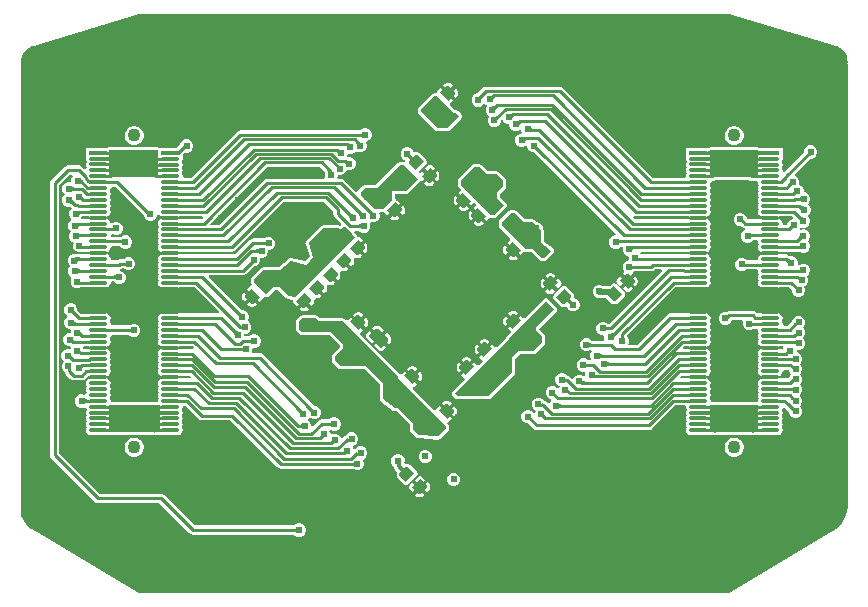
<source format=gbr>
%TF.GenerationSoftware,Altium Limited,Altium Designer,23.0.1 (38)*%
G04 Layer_Physical_Order=4*
G04 Layer_Color=16711680*
%FSLAX45Y45*%
%MOMM*%
%TF.SameCoordinates,98E3409A-FA71-4B7D-AABF-4CEB4AF68500*%
%TF.FilePolarity,Positive*%
%TF.FileFunction,Copper,L4,Bot,Signal*%
%TF.Part,Single*%
G01*
G75*
%TA.AperFunction,Conductor*%
%ADD10C,0.25400*%
%ADD25C,0.35000*%
%ADD26C,0.50000*%
%TA.AperFunction,ComponentPad*%
%ADD28C,5.00000*%
%ADD29C,1.10000*%
%TA.AperFunction,ViaPad*%
%ADD30C,0.60960*%
%TA.AperFunction,SMDPad,CuDef*%
G04:AMPARAMS|DCode=31|XSize=1.6mm|YSize=3.1mm|CornerRadius=0.2mm|HoleSize=0mm|Usage=FLASHONLY|Rotation=270.000|XOffset=0mm|YOffset=0mm|HoleType=Round|Shape=RoundedRectangle|*
%AMROUNDEDRECTD31*
21,1,1.60000,2.70000,0,0,270.0*
21,1,1.20000,3.10000,0,0,270.0*
1,1,0.40000,-1.35000,-0.60000*
1,1,0.40000,-1.35000,0.60000*
1,1,0.40000,1.35000,0.60000*
1,1,0.40000,1.35000,-0.60000*
%
%ADD31ROUNDEDRECTD31*%
%ADD32O,1.60000X0.30000*%
%ADD33R,1.60000X0.30000*%
%AMCUSTOMSHAPE34*
4,1,6,-0.58379,-0.08797,-0.08797,-0.58379,0.12332,-0.58379,0.68943,-0.01768,-0.01768,0.68943,-0.58379,0.12332,-0.58379,-0.08797,0.0*%
%ADD34CUSTOMSHAPE34*%

%AMCUSTOMSHAPE35*
4,1,6,-0.68943,0.01768,0.01768,-0.68943,0.58379,-0.12332,0.58379,0.08797,0.08797,0.58379,-0.12332,0.58379,-0.68943,0.01768,0.0*%
%ADD35CUSTOMSHAPE35*%

%AMCUSTOMSHAPE36*
4,1,6,0.08797,-0.58379,0.58379,-0.08797,0.58379,0.12332,0.01768,0.68943,-0.68943,-0.01768,-0.12332,-0.58379,0.08797,-0.58379,0.0*%
%ADD36CUSTOMSHAPE36*%

%AMCUSTOMSHAPE37*
4,1,6,-0.01768,-0.68943,0.68943,0.01768,0.12332,0.58379,-0.08797,0.58379,-0.58379,0.08797,-0.58379,-0.12332,-0.01768,-0.68943,0.0*%
%ADD37CUSTOMSHAPE37*%

%AMCUSTOMSHAPE38*
4,1,6,0.72917,-0.02206,-0.02206,0.72917,-0.29614,0.72917,-0.86621,0.15910,0.15910,-0.86621,0.72917,-0.29614,0.72917,-0.02206,0.0*%
%ADD38CUSTOMSHAPE38*%

%AMCUSTOMSHAPE39*
4,1,6,0.86621,-0.15910,-0.15910,0.86621,-0.72917,0.29614,-0.72917,0.02206,0.02206,-0.72917,0.29614,-0.72917,0.86621,-0.15910,0.0*%
%ADD39CUSTOMSHAPE39*%

%AMCUSTOMSHAPE40*
4,1,6,0.58379,0.08797,0.08797,0.58379,-0.12332,0.58379,-0.68943,0.01768,0.01768,-0.68943,0.58379,-0.12332,0.58379,0.08797,0.0*%
%ADD40CUSTOMSHAPE40*%

%AMCUSTOMSHAPE41*
4,1,6,0.68943,-0.01768,-0.01768,0.68943,-0.58379,0.12332,-0.58379,-0.08797,-0.08797,-0.58379,0.12332,-0.58379,0.68943,-0.01768,0.0*%
%ADD41CUSTOMSHAPE41*%

%AMCUSTOMSHAPE42*
4,1,6,-0.08797,0.58379,-0.58379,0.08797,-0.58379,-0.12332,-0.01768,-0.68943,0.68943,0.01768,0.12332,0.58379,-0.08797,0.58379,0.0*%
%ADD42CUSTOMSHAPE42*%

%AMCUSTOMSHAPE43*
4,1,6,0.01768,0.68943,-0.68943,-0.01768,-0.12332,-0.58379,0.08797,-0.58379,0.58379,-0.08797,0.58379,0.12332,0.01768,0.68943,0.0*%
%ADD43CUSTOMSHAPE43*%

G36*
X3402687Y2029423D02*
X3413984Y2025423D01*
X3434968Y2013842D01*
X3453778Y1998988D01*
X3469909Y1981262D01*
X3482929Y1961139D01*
X3492487Y1939160D01*
X3498326Y1915915D01*
X3500261Y1892390D01*
X3499311Y1880118D01*
X3499308Y1880084D01*
X3500000Y1867670D01*
X3500000Y-1855968D01*
X3502020D01*
X3502218Y-1873979D01*
X3497453Y-1909687D01*
X3487626Y-1944345D01*
X3472939Y-1977239D01*
X3453694Y-2007692D01*
X3430289Y-2035077D01*
X3403204Y-2058829D01*
X3372999Y-2078460D01*
X3356646Y-2086012D01*
X3356646Y-2086012D01*
X3356646Y-2086013D01*
X2500000Y-2600000D01*
X-2500000D01*
X-3405191Y-2065299D01*
X-3416906Y-2058186D01*
X-3438148Y-2040864D01*
X-3456796Y-2020776D01*
X-3472494Y-1998306D01*
X-3484941Y-1973886D01*
X-3493899Y-1947981D01*
X-3499196Y-1921088D01*
X-3500732Y-1893721D01*
X-3499604Y-1880062D01*
X-3500000D01*
X-3500000Y1879600D01*
X-3499189Y1879664D01*
X-3500120Y1891538D01*
X-3498046Y1915269D01*
X-3492092Y1938335D01*
X-3482421Y1960106D01*
X-3469297Y1979987D01*
X-3453079Y1997435D01*
X-3434210Y2011975D01*
X-3415786Y2021829D01*
X-3411733Y2023599D01*
X-3401919Y2027021D01*
X-3389908Y2031109D01*
X-2500000Y2300000D01*
X2500000D01*
X3402687Y2029423D01*
D02*
G37*
%LPC*%
G36*
X128865Y1715645D02*
X107736D01*
X97826Y1713673D01*
X89424Y1708060D01*
X77008Y1695643D01*
X120069Y1652582D01*
X161362Y1693875D01*
X147178Y1708060D01*
X138776Y1713673D01*
X128865Y1715645D01*
D02*
G37*
G36*
X182575Y1672662D02*
X141282Y1631369D01*
X184344Y1588308D01*
X196760Y1600724D01*
X202374Y1609126D01*
X204345Y1619036D01*
Y1640165D01*
X202374Y1650076D01*
X196760Y1658478D01*
X182575Y1672662D01*
D02*
G37*
G36*
X55795Y1674430D02*
X32813Y1651449D01*
X27199Y1643047D01*
X25228Y1633137D01*
X13679Y1626098D01*
X0D01*
X-9911Y1624126D01*
X-18312Y1618512D01*
X-132612Y1504212D01*
X-138226Y1495811D01*
X-140198Y1485900D01*
Y1473200D01*
X-138226Y1463289D01*
X-132612Y1454888D01*
X7088Y1315188D01*
X15489Y1309574D01*
X25400Y1307602D01*
X114300D01*
X124211Y1309574D01*
X132612Y1315188D01*
X224900Y1407475D01*
X225323Y1408109D01*
X225930Y1408567D01*
X228115Y1412287D01*
X230514Y1415877D01*
X230662Y1416624D01*
X231048Y1417280D01*
X232965Y1422792D01*
X233070Y1423546D01*
X233417Y1424224D01*
X233764Y1428526D01*
X234359Y1432801D01*
X234168Y1433537D01*
X234229Y1434296D01*
X233554Y1440094D01*
X233320Y1440818D01*
X233337Y1441578D01*
X231776Y1445600D01*
X230449Y1449710D01*
X229956Y1450289D01*
X229681Y1450998D01*
X226548Y1455923D01*
X226022Y1456473D01*
X225706Y1457165D01*
X222548Y1460108D01*
X219565Y1463227D01*
X218869Y1463534D01*
X218312Y1464053D01*
X215831Y1465586D01*
X215830Y1465587D01*
X188417Y1482530D01*
X186455Y1483262D01*
X184712Y1484426D01*
X181765Y1485013D01*
X178950Y1486063D01*
X176857Y1485989D01*
X176082Y1486143D01*
X135035Y1527190D01*
X137705Y1542480D01*
X140149Y1544113D01*
X163130Y1567095D01*
X109463Y1620762D01*
X55795Y1674430D01*
D02*
G37*
G36*
X2550585Y1350400D02*
X2529415D01*
X2508967Y1344921D01*
X2490633Y1334336D01*
X2475664Y1319367D01*
X2465079Y1301033D01*
X2459600Y1280585D01*
Y1259415D01*
X2465079Y1238967D01*
X2475664Y1220633D01*
X2490633Y1205664D01*
X2508967Y1195079D01*
X2529415Y1189600D01*
X2550585D01*
X2571033Y1195079D01*
X2589367Y1205664D01*
X2604336Y1220633D01*
X2614921Y1238967D01*
X2620400Y1259415D01*
Y1280585D01*
X2614921Y1301033D01*
X2604336Y1319367D01*
X2589367Y1334336D01*
X2571033Y1344921D01*
X2550585Y1350400D01*
D02*
G37*
G36*
X-2529415D02*
X-2550585D01*
X-2571033Y1344921D01*
X-2589367Y1334336D01*
X-2604336Y1319367D01*
X-2614921Y1301033D01*
X-2620400Y1280585D01*
Y1259415D01*
X-2614921Y1238967D01*
X-2604336Y1220633D01*
X-2589367Y1205664D01*
X-2571033Y1195079D01*
X-2550585Y1189600D01*
X-2529415D01*
X-2508967Y1195079D01*
X-2490633Y1205664D01*
X-2475664Y1220633D01*
X-2465079Y1238967D01*
X-2459600Y1259415D01*
Y1280585D01*
X-2465079Y1301033D01*
X-2475664Y1319367D01*
X-2490633Y1334336D01*
X-2508967Y1344921D01*
X-2529415Y1350400D01*
D02*
G37*
G36*
X-573052Y1330421D02*
X-595283D01*
X-615821Y1321914D01*
X-624347Y1313387D01*
X-1641379D01*
X-1656245Y1310430D01*
X-1668848Y1302009D01*
X-2058331Y912526D01*
X-2121018D01*
X-2129074Y922344D01*
X-2128809Y923680D01*
X-2131944Y939443D01*
X-2138116Y948680D01*
X-2131944Y957916D01*
X-2128809Y973680D01*
X-2131944Y989443D01*
X-2138116Y998679D01*
X-2131944Y1007916D01*
X-2128809Y1023679D01*
X-2131944Y1039443D01*
X-2138116Y1048679D01*
X-2131944Y1057916D01*
X-2129410Y1070658D01*
X-2128808Y1073679D01*
X-2129599Y1083280D01*
X-2129600D01*
Y1109142D01*
X-2111499Y1127243D01*
X-2106615Y1125220D01*
X-2084385D01*
X-2063847Y1133727D01*
X-2048127Y1149447D01*
X-2039620Y1169985D01*
Y1192215D01*
X-2048127Y1212753D01*
X-2063847Y1228473D01*
X-2084385Y1236980D01*
X-2106615D01*
X-2127153Y1228473D01*
X-2142873Y1212753D01*
X-2147830Y1200787D01*
X-2184537Y1164079D01*
X-2327709D01*
X-2331969Y1166926D01*
X-2341880Y1168898D01*
X-2755900D01*
X-2765811Y1166926D01*
X-2769653Y1164359D01*
X-2950400D01*
Y1083559D01*
X-2950401D01*
X-2951192Y1073959D01*
X-2950639Y1071183D01*
X-2948056Y1058195D01*
X-2941884Y1048959D01*
X-2948056Y1039722D01*
X-2951191Y1023959D01*
X-2948056Y1008196D01*
X-2941884Y998959D01*
X-2948056Y989722D01*
X-2948380Y988093D01*
X-2960533Y984406D01*
X-2981495Y1005369D01*
X-2994098Y1013789D01*
X-3008964Y1016747D01*
X-3098800D01*
X-3113666Y1013789D01*
X-3126269Y1005369D01*
X-3240569Y891069D01*
X-3248989Y878466D01*
X-3251947Y863600D01*
Y-1435100D01*
X-3248989Y-1449966D01*
X-3240569Y-1462569D01*
X-2872269Y-1830869D01*
X-2859666Y-1839289D01*
X-2844800Y-1842247D01*
X-2327491D01*
X-2072169Y-2097569D01*
X-2059566Y-2105989D01*
X-2044700Y-2108947D01*
X-1183180D01*
X-1174653Y-2117473D01*
X-1154115Y-2125980D01*
X-1131885D01*
X-1111347Y-2117473D01*
X-1095627Y-2101753D01*
X-1087120Y-2081215D01*
Y-2058985D01*
X-1095627Y-2038447D01*
X-1111347Y-2022727D01*
X-1131885Y-2014220D01*
X-1154115D01*
X-1174653Y-2022727D01*
X-1183180Y-2031253D01*
X-2028609D01*
X-2283931Y-1775931D01*
X-2296534Y-1767511D01*
X-2311400Y-1764553D01*
X-2828709D01*
X-3174253Y-1419009D01*
Y847509D01*
X-3082709Y939053D01*
X-3062492D01*
X-3057231Y926353D01*
X-3063677Y919907D01*
X-3072184Y899369D01*
Y884283D01*
X-3080381Y875123D01*
X-3083918Y874254D01*
X-3103390D01*
X-3123928Y865747D01*
X-3139648Y850027D01*
X-3148155Y829489D01*
Y807258D01*
X-3139648Y786720D01*
X-3131813Y778886D01*
X-3125624Y769128D01*
X-3131813Y762293D01*
X-3141093Y753013D01*
X-3149600Y732475D01*
Y710245D01*
X-3141093Y689707D01*
X-3125373Y673987D01*
X-3104835Y665480D01*
X-3083155D01*
X-3069531Y651856D01*
X-3082673Y638713D01*
X-3091180Y618175D01*
Y595945D01*
X-3082673Y575407D01*
X-3071439Y564173D01*
X-3072698Y550273D01*
X-3073242Y549382D01*
X-3088452Y534172D01*
X-3096959Y513634D01*
Y491403D01*
X-3088452Y470865D01*
X-3074484Y456897D01*
X-3083422Y447958D01*
X-3091929Y427420D01*
Y405190D01*
X-3083422Y384652D01*
X-3067703Y368932D01*
X-3053337Y362982D01*
X-3060336Y346085D01*
Y323855D01*
X-3051829Y303316D01*
X-3036109Y287597D01*
X-3015571Y279090D01*
X-2993340D01*
X-2978798Y285114D01*
X-2921788D01*
X-2910000Y282769D01*
X-2780000D01*
X-2764237Y285904D01*
X-2750874Y294834D01*
X-2741944Y308197D01*
X-2738809Y323960D01*
X-2738900Y324416D01*
X-2730843Y334234D01*
X-2658621D01*
X-2645314Y320927D01*
X-2624776Y312420D01*
X-2602545D01*
X-2582007Y320927D01*
X-2566287Y336646D01*
X-2557780Y357184D01*
Y379415D01*
X-2566287Y399953D01*
X-2582007Y415673D01*
X-2602545Y424180D01*
X-2624776D01*
X-2645314Y415673D01*
X-2649059Y411927D01*
X-2731193D01*
X-2739250Y421744D01*
X-2738809Y423960D01*
X-2739075Y425296D01*
X-2731018Y435113D01*
X-2723119D01*
X-2703982Y427187D01*
X-2681751D01*
X-2661213Y435694D01*
X-2645494Y451413D01*
X-2636987Y471951D01*
Y494182D01*
X-2645494Y514720D01*
X-2661213Y530439D01*
X-2681751Y538947D01*
X-2703982D01*
X-2724520Y530439D01*
X-2726713Y528247D01*
X-2740493Y532427D01*
X-2741944Y539723D01*
X-2750874Y553087D01*
X-2764237Y562016D01*
X-2780000Y565151D01*
X-2910000D01*
X-2921788Y562806D01*
X-2983934D01*
X-2988794Y574540D01*
X-2987927Y575407D01*
X-2983542Y585993D01*
X-2925897D01*
X-2925763Y585904D01*
X-2910000Y582768D01*
X-2780000D01*
X-2764237Y585904D01*
X-2750874Y594833D01*
X-2741944Y608196D01*
X-2738809Y623960D01*
X-2741944Y639723D01*
X-2748116Y648960D01*
X-2741944Y658196D01*
X-2738809Y673960D01*
X-2741944Y689723D01*
X-2748116Y698959D01*
X-2741944Y708196D01*
X-2738809Y723959D01*
X-2741944Y739723D01*
X-2748116Y748959D01*
X-2741944Y758196D01*
X-2738809Y773959D01*
X-2741944Y789723D01*
X-2748116Y798959D01*
X-2741944Y808196D01*
X-2738809Y823959D01*
X-2739075Y825295D01*
X-2731018Y835113D01*
X-2698349D01*
X-2458742Y595506D01*
Y590887D01*
X-2450235Y570349D01*
X-2434516Y554629D01*
X-2413977Y546122D01*
X-2391747D01*
X-2371209Y554629D01*
X-2355489Y570349D01*
X-2346982Y590887D01*
Y598417D01*
X-2334282Y602269D01*
X-2329127Y594554D01*
X-2315763Y585624D01*
X-2300000Y582489D01*
X-2170000D01*
X-2158212Y584834D01*
X-1963197D01*
X-1958337Y573100D01*
X-1968910Y562527D01*
X-2158212D01*
X-2170000Y564872D01*
X-2300000D01*
X-2315763Y561736D01*
X-2329127Y552807D01*
X-2338056Y539444D01*
X-2341191Y523680D01*
X-2338056Y507917D01*
X-2331884Y498680D01*
X-2338056Y489444D01*
X-2341191Y473681D01*
X-2338056Y457917D01*
X-2331884Y448681D01*
X-2338056Y439444D01*
X-2341191Y423681D01*
X-2338056Y407917D01*
X-2331884Y398681D01*
X-2338056Y389444D01*
X-2341191Y373681D01*
X-2338056Y357917D01*
X-2331884Y348681D01*
X-2338056Y339444D01*
X-2341191Y323681D01*
X-2338056Y307918D01*
X-2329127Y294554D01*
X-2315763Y285625D01*
X-2300000Y282489D01*
X-2170000D01*
X-2158212Y284834D01*
X-1713399D01*
X-1698533Y287791D01*
X-1685931Y296212D01*
X-1271689Y710453D01*
X-935571D01*
X-853863Y628746D01*
Y604196D01*
X-850906Y589331D01*
X-842485Y576728D01*
X-791591Y525834D01*
X-791744Y511888D01*
X-797623Y506761D01*
X-800548Y505664D01*
X-803707Y506849D01*
X-808265Y507595D01*
X-812800Y508498D01*
X-939800D01*
X-949711Y506526D01*
X-958112Y500912D01*
X-1081937Y377087D01*
X-1084243Y373636D01*
X-1086789Y370357D01*
X-1087034Y369459D01*
X-1087551Y368686D01*
X-1088361Y364615D01*
X-1089458Y360611D01*
X-1089341Y359687D01*
X-1089523Y358775D01*
X-1088713Y354705D01*
X-1088194Y350586D01*
X-1052900Y244701D01*
X-1067291Y230309D01*
X-1072905Y221907D01*
X-1073125Y220800D01*
X-1089984Y203940D01*
X-1208686Y233616D01*
X-1211004Y233729D01*
X-1213244Y234332D01*
X-1216001Y233972D01*
X-1218779Y234107D01*
X-1220963Y233324D01*
X-1223264Y233024D01*
X-1225674Y231636D01*
X-1228291Y230699D01*
X-1230009Y229140D01*
X-1232021Y227982D01*
X-1317831Y152898D01*
X-1447800D01*
X-1457711Y150926D01*
X-1466112Y145312D01*
X-1542312Y69112D01*
X-1547926Y60711D01*
X-1549898Y50800D01*
Y25400D01*
X-1547926Y15489D01*
X-1545907Y12468D01*
X-1550853Y-654D01*
X-1551546Y-1282D01*
X-1554147Y-1799D01*
X-1562549Y-7413D01*
X-1585530Y-30394D01*
X-1531862Y-84062D01*
X-1478194Y-137730D01*
X-1455213Y-114749D01*
X-1449599Y-106347D01*
X-1449082Y-103746D01*
X-1448454Y-103053D01*
X-1435332Y-98107D01*
X-1432311Y-100126D01*
X-1422400Y-102098D01*
X-1412489Y-100126D01*
X-1404088Y-94512D01*
X-1348173Y-38598D01*
X-1318827D01*
X-1250212Y-107212D01*
X-1248611Y-108282D01*
X-1247318Y-109708D01*
X-1244449Y-111063D01*
X-1241811Y-112826D01*
X-1239922Y-113202D01*
X-1238181Y-114024D01*
X-1192179Y-125525D01*
X-1193972Y-134536D01*
X-1192001Y-144447D01*
X-1186387Y-152849D01*
X-1163406Y-175830D01*
X-1109738Y-122162D01*
X-1099131Y-132769D01*
X-1088525Y-122162D01*
X-1036625Y-174062D01*
X-1022440Y-159878D01*
X-1016827Y-151476D01*
X-1014855Y-141565D01*
Y-120436D01*
X-1015086Y-119276D01*
X-1004285Y-108476D01*
X-1004095Y-108514D01*
X-982966D01*
X-973055Y-106542D01*
X-964654Y-100928D01*
X-950469Y-86744D01*
X-1002369Y-34844D01*
X-981156Y-13631D01*
X-929256Y-65531D01*
X-915072Y-51346D01*
X-909458Y-42945D01*
X-907487Y-33034D01*
Y-11905D01*
X-909458Y-1994D01*
X-910658Y-199D01*
X-901502Y8958D01*
X-899706Y7758D01*
X-889795Y5786D01*
X-868666D01*
X-858755Y7758D01*
X-850354Y13372D01*
X-836169Y27556D01*
X-888069Y79456D01*
X-866856Y100669D01*
X-814956Y48769D01*
X-800772Y62954D01*
X-795158Y71355D01*
X-793187Y81266D01*
Y102395D01*
X-795158Y112306D01*
X-796358Y114101D01*
X-787202Y123258D01*
X-785406Y122058D01*
X-775495Y120086D01*
X-754366D01*
X-744455Y122058D01*
X-736054Y127672D01*
X-721869Y141856D01*
X-773769Y193756D01*
X-752556Y214969D01*
X-700656Y163069D01*
X-686472Y177254D01*
X-680858Y185655D01*
X-678887Y195566D01*
Y216695D01*
X-680858Y226606D01*
X-682058Y228401D01*
X-672902Y237558D01*
X-671106Y236358D01*
X-661195Y234386D01*
X-640066D01*
X-630155Y236358D01*
X-621754Y241972D01*
X-607569Y256156D01*
X-659469Y308056D01*
X-648863Y318663D01*
X-659469Y329269D01*
X-605801Y382937D01*
X-628783Y405918D01*
X-637184Y411532D01*
X-647095Y413503D01*
X-648558Y413213D01*
X-649174Y416311D01*
X-654788Y424712D01*
X-668032Y437957D01*
X-669131Y443478D01*
X-674745Y451880D01*
X-676105Y453240D01*
X-671245Y464974D01*
X-639575D01*
X-639244Y464918D01*
X-638841Y464815D01*
X-638536Y464474D01*
X-636931Y463267D01*
X-627144Y453480D01*
X-606606Y444973D01*
X-584376D01*
X-563837Y453480D01*
X-548118Y469200D01*
X-539611Y489738D01*
Y511968D01*
X-546120Y527683D01*
X-536436Y537418D01*
X-526735Y533400D01*
X-504505D01*
X-483967Y541907D01*
X-468247Y557627D01*
X-459740Y578165D01*
Y600395D01*
X-463347Y609102D01*
X-454861Y621802D01*
X-431800D01*
X-423538Y623446D01*
X-418618Y616083D01*
X-395637Y593101D01*
X-341969Y646769D01*
X-288301Y700437D01*
X-311283Y723418D01*
X-319684Y729032D01*
X-329595Y731003D01*
X-329702Y731092D01*
Y774202D01*
X-241300D01*
X-231389Y776174D01*
X-222988Y781788D01*
X-121388Y883388D01*
X-120705Y884409D01*
X-104858Y886522D01*
X-103537Y885201D01*
X-60476Y928262D01*
X-101770Y969556D01*
X-120598Y950727D01*
X-122544Y950621D01*
X-128044Y952619D01*
X-130041Y958119D01*
X-129936Y960064D01*
X-65145Y1024855D01*
X-59531Y1033257D01*
X-57559Y1043168D01*
X-59531Y1053078D01*
X-65145Y1061480D01*
X-121755Y1118091D01*
X-130157Y1123705D01*
X-140068Y1125676D01*
X-161197D01*
X-171202Y1123872D01*
X-177216Y1134453D01*
X-181227Y1144137D01*
X-196947Y1159856D01*
X-217485Y1168363D01*
X-239715D01*
X-260253Y1159856D01*
X-275973Y1144137D01*
X-284480Y1123598D01*
Y1101368D01*
X-275973Y1080830D01*
X-260253Y1065110D01*
X-245044Y1058810D01*
X-244129Y1051583D01*
X-253956Y1041941D01*
X-254037Y1041898D01*
X-292100D01*
X-302011Y1039926D01*
X-310412Y1034312D01*
X-493327Y851398D01*
X-584200D01*
X-594111Y849426D01*
X-602512Y843812D01*
X-640612Y805712D01*
X-645818Y797922D01*
X-646464Y797252D01*
X-659837Y793981D01*
X-759465Y893609D01*
X-772068Y902029D01*
X-786933Y904987D01*
X-810358D01*
X-818843Y917687D01*
X-817650Y920568D01*
X-812497Y932180D01*
X-790266D01*
X-769728Y940687D01*
X-754009Y956407D01*
X-748940Y968644D01*
X-733768Y976107D01*
X-732492Y975578D01*
X-710262D01*
X-689724Y984085D01*
X-674004Y999804D01*
X-665497Y1020343D01*
Y1042573D01*
X-674004Y1063111D01*
X-689724Y1078831D01*
X-710262Y1087338D01*
X-729046D01*
X-735784Y1095665D01*
X-737131Y1099071D01*
X-734600Y1105182D01*
X-723958Y1114521D01*
X-701728D01*
X-681190Y1123028D01*
X-665470Y1138747D01*
X-659551Y1135961D01*
X-659033Y1135443D01*
X-638495Y1126936D01*
X-616265D01*
X-595727Y1135443D01*
X-580007Y1151163D01*
X-571500Y1171701D01*
Y1193932D01*
X-576483Y1205961D01*
X-573189Y1218155D01*
X-569630Y1220078D01*
X-552514Y1227168D01*
X-536795Y1242887D01*
X-528287Y1263425D01*
Y1285656D01*
X-536795Y1306194D01*
X-552514Y1321914D01*
X-573052Y1330421D01*
D02*
G37*
G36*
X-37495Y1023103D02*
X-47406Y1021132D01*
X-55807Y1015518D01*
X-80557Y990769D01*
X-39263Y949475D01*
X3799Y992537D01*
X-19183Y1015518D01*
X-27584Y1021132D01*
X-37495Y1023103D01*
D02*
G37*
G36*
X25012Y971324D02*
X-18050Y928262D01*
X23244Y886969D01*
X37428Y901154D01*
X43042Y909555D01*
X45013Y919466D01*
Y940595D01*
X43042Y950506D01*
X37428Y958907D01*
X25012Y971324D01*
D02*
G37*
G36*
X-39263Y907049D02*
X-82324Y863988D01*
X-69908Y851572D01*
X-61506Y845958D01*
X-51595Y843986D01*
X-30466D01*
X-20555Y845958D01*
X-12154Y851572D01*
X2030Y865756D01*
X-39263Y907049D01*
D02*
G37*
G36*
X183957Y761193D02*
X171540Y748776D01*
X165926Y740374D01*
X163955Y730464D01*
Y709335D01*
X165926Y699424D01*
X171540Y691022D01*
X185725Y676838D01*
X227018Y718131D01*
X183957Y761193D01*
D02*
G37*
G36*
X248231Y696918D02*
X206938Y655625D01*
X221122Y641440D01*
X229524Y635827D01*
X239435Y633855D01*
X260564D01*
X270474Y635827D01*
X278876Y641440D01*
X291293Y653857D01*
X248231Y696918D01*
D02*
G37*
G36*
X-267088Y679224D02*
X-310149Y636163D01*
X-268856Y594869D01*
X-254672Y609054D01*
X-249058Y617455D01*
X-247087Y627366D01*
Y648495D01*
X-249058Y658406D01*
X-254672Y666807D01*
X-267088Y679224D01*
D02*
G37*
G36*
X381000Y1029198D02*
X342900D01*
X332989Y1027226D01*
X324588Y1021612D01*
X210288Y907312D01*
X204674Y898911D01*
X202702Y889000D01*
Y850900D01*
X204674Y840989D01*
X210288Y832588D01*
X225773Y817102D01*
X223840Y801075D01*
X205170Y782406D01*
X258838Y728738D01*
X312506Y675070D01*
X332762Y695327D01*
X342380Y695557D01*
X352162Y685037D01*
X350840Y674075D01*
X332170Y655406D01*
X385838Y601738D01*
X439506Y548070D01*
X462487Y571051D01*
X466524Y577093D01*
X472689Y572974D01*
X482600Y571002D01*
X508000D01*
X517911Y572974D01*
X526312Y578588D01*
X609168Y661443D01*
X614782Y669845D01*
X616753Y679756D01*
X614782Y689666D01*
X609168Y698068D01*
X559298Y747939D01*
Y776673D01*
X602512Y819888D01*
X608126Y828289D01*
X610098Y838200D01*
Y889000D01*
X608126Y898911D01*
X602512Y907312D01*
X551712Y958112D01*
X543311Y963726D01*
X533400Y965698D01*
X455227D01*
X399312Y1021612D01*
X390911Y1027226D01*
X381000Y1029198D01*
D02*
G37*
G36*
X-331363Y614949D02*
X-374424Y571888D01*
X-362008Y559472D01*
X-353606Y553858D01*
X-343695Y551886D01*
X-322566D01*
X-312655Y553858D01*
X-304254Y559472D01*
X-290069Y573656D01*
X-331363Y614949D01*
D02*
G37*
G36*
X310957Y634193D02*
X298540Y621776D01*
X292926Y613374D01*
X290955Y603464D01*
Y582335D01*
X292926Y572424D01*
X298540Y564022D01*
X312725Y549838D01*
X354018Y591131D01*
X310957Y634193D01*
D02*
G37*
G36*
X1063793Y1682693D02*
X435811D01*
X420945Y1679736D01*
X408342Y1671315D01*
X363663Y1626637D01*
X361228D01*
X340690Y1618129D01*
X324970Y1602410D01*
X316463Y1581872D01*
Y1559641D01*
X324970Y1539103D01*
X340690Y1523384D01*
X361228Y1514877D01*
X383458D01*
X403997Y1523384D01*
X416699Y1536086D01*
X420986Y1538880D01*
X432529Y1536849D01*
X442465Y1526913D01*
X443621Y1526434D01*
X445387Y1517553D01*
X436880Y1497015D01*
Y1474785D01*
X445387Y1454247D01*
X461106Y1438527D01*
X462543Y1431307D01*
X460258Y1429023D01*
X451751Y1408484D01*
Y1386254D01*
X460258Y1365716D01*
X475977Y1349996D01*
X496515Y1341489D01*
X518746D01*
X539284Y1349996D01*
X555003Y1365716D01*
X563511Y1386254D01*
Y1393574D01*
X569025Y1399398D01*
X570016Y1399991D01*
X582381Y1396657D01*
X584149Y1395550D01*
X585087Y1393286D01*
X600806Y1377567D01*
X621344Y1369059D01*
X637646D01*
Y1352759D01*
X646153Y1332221D01*
X661872Y1316501D01*
X682410Y1307994D01*
X704641D01*
X725179Y1316501D01*
X725793Y1317115D01*
X737526Y1312255D01*
Y1309685D01*
X742288Y1298189D01*
X733802Y1285489D01*
X730533D01*
X709995Y1276982D01*
X694275Y1261263D01*
X685768Y1240724D01*
Y1218494D01*
X694275Y1197956D01*
X709995Y1182236D01*
X730533Y1173729D01*
X752764D01*
X773302Y1182236D01*
X774181Y1183116D01*
X786881Y1177855D01*
Y1172525D01*
X795388Y1151987D01*
X811108Y1136267D01*
X831646Y1127760D01*
X849303D01*
X1540183Y436880D01*
X1534922Y424180D01*
X1528125D01*
X1507587Y415673D01*
X1491867Y399953D01*
X1483360Y379415D01*
Y357185D01*
X1491867Y336647D01*
X1507587Y320927D01*
X1528125Y312420D01*
X1550355D01*
X1570893Y320927D01*
X1581160Y331194D01*
X1587557Y330677D01*
X1595759Y317459D01*
X1595120Y315915D01*
Y293685D01*
X1603627Y273147D01*
X1619347Y257427D01*
X1634761Y251042D01*
X1645920Y244795D01*
Y222565D01*
X1636929Y211084D01*
X1621887Y204853D01*
X1606167Y189133D01*
X1597660Y168595D01*
Y146365D01*
X1606167Y125827D01*
X1608511Y123482D01*
X1607655Y114791D01*
X1595239Y102374D01*
X1638300Y59313D01*
X1684090Y105103D01*
X1684355Y106435D01*
X1686623Y111537D01*
X1693720Y118633D01*
X1833880D01*
X1848746Y121591D01*
X1861349Y130011D01*
X1866451Y135114D01*
X1922863D01*
X1927724Y123381D01*
X1482041Y-322301D01*
X1468128D01*
X1461673Y-315847D01*
X1441135Y-307340D01*
X1418905D01*
X1398367Y-315847D01*
X1382647Y-331567D01*
X1374140Y-352105D01*
Y-374335D01*
X1382647Y-394873D01*
X1398367Y-410593D01*
X1418905Y-419100D01*
X1433187D01*
X1437640Y-425765D01*
Y-447995D01*
X1440978Y-456054D01*
X1433922Y-466613D01*
X1333040D01*
X1319433Y-453007D01*
X1298895Y-444500D01*
X1276665D01*
X1256127Y-453007D01*
X1240407Y-468727D01*
X1231900Y-489265D01*
Y-511495D01*
X1240407Y-532033D01*
X1256127Y-547753D01*
X1276665Y-556260D01*
X1298895D01*
X1319433Y-547753D01*
X1320553Y-546633D01*
X1328064Y-547049D01*
X1329930Y-547462D01*
X1334352Y-560201D01*
X1331044Y-563510D01*
X1322537Y-584048D01*
Y-606279D01*
X1328863Y-621553D01*
X1321887Y-634253D01*
X1302560D01*
X1294033Y-625727D01*
X1273495Y-617220D01*
X1251265D01*
X1230727Y-625727D01*
X1215007Y-641447D01*
X1206500Y-661985D01*
Y-684215D01*
X1215007Y-704753D01*
X1230727Y-720473D01*
X1251265Y-728980D01*
X1271525D01*
X1277293Y-734518D01*
X1280837Y-739686D01*
X1278785Y-744640D01*
Y-762972D01*
X1267047Y-769195D01*
X1260551Y-762699D01*
X1240013Y-754192D01*
X1217783D01*
X1197244Y-762699D01*
X1181525Y-778419D01*
X1178239Y-786351D01*
X1165784Y-788828D01*
X1152755Y-775800D01*
X1140152Y-767379D01*
X1130802Y-765519D01*
X1130509Y-764811D01*
X1114789Y-749091D01*
X1094251Y-740584D01*
X1072020D01*
X1051482Y-749091D01*
X1035763Y-764811D01*
X1027256Y-785349D01*
Y-807580D01*
X1035763Y-828118D01*
X1051482Y-843837D01*
X1060433Y-847544D01*
X1061320Y-852007D01*
X1055571Y-865886D01*
X1041080Y-869355D01*
X1031132Y-859407D01*
X1010594Y-850900D01*
X988363D01*
X967825Y-859407D01*
X952106Y-875127D01*
X943598Y-895665D01*
Y-917895D01*
X952106Y-938433D01*
X967825Y-954153D01*
X988363Y-962660D01*
X992916Y-975360D01*
X981303Y-986973D01*
X977965Y-995032D01*
X965509Y-997510D01*
X952278Y-984279D01*
X939676Y-975858D01*
X929479Y-973830D01*
X929256Y-973290D01*
X913536Y-957571D01*
X892998Y-949063D01*
X870768D01*
X850229Y-957571D01*
X834510Y-973290D01*
X826003Y-993828D01*
Y-1016059D01*
X834510Y-1036597D01*
X850229Y-1052316D01*
X850232Y-1052317D01*
X850814Y-1052628D01*
X859429Y-1059073D01*
X853053Y-1074466D01*
X849208Y-1076076D01*
X839189Y-1077196D01*
X825637Y-1063644D01*
X805098Y-1055137D01*
X782868D01*
X762330Y-1063644D01*
X746610Y-1079363D01*
X738103Y-1099902D01*
Y-1122132D01*
X746610Y-1142670D01*
X762330Y-1158390D01*
X782868Y-1166897D01*
X794926D01*
X839660Y-1211631D01*
X852263Y-1220052D01*
X867129Y-1223009D01*
X1817593D01*
X1832459Y-1220052D01*
X1845062Y-1211631D01*
X2041809Y-1014884D01*
X2121017D01*
X2129074Y-1024701D01*
X2128809Y-1026037D01*
X2131944Y-1041800D01*
X2138116Y-1051037D01*
X2131944Y-1060274D01*
X2128809Y-1076037D01*
X2131944Y-1091800D01*
X2138116Y-1101037D01*
X2131944Y-1110274D01*
X2128809Y-1126037D01*
X2131944Y-1141800D01*
X2138116Y-1151037D01*
X2131944Y-1160274D01*
X2128809Y-1176037D01*
X2131944Y-1191800D01*
X2138211Y-1201178D01*
X2131944Y-1210557D01*
X2128809Y-1226320D01*
X2131944Y-1242083D01*
X2140873Y-1255447D01*
X2154237Y-1264376D01*
X2170000Y-1267511D01*
X2300000D01*
X2311788Y-1265166D01*
X2321861D01*
X2326889Y-1268526D01*
X2336800Y-1270498D01*
X2373649D01*
X2374900Y-1270747D01*
X2376151Y-1270498D01*
X2691149D01*
X2692400Y-1270747D01*
X2693651Y-1270498D01*
X2743200D01*
X2753111Y-1268526D01*
X2758145Y-1265163D01*
X2764328D01*
X2768915Y-1265395D01*
X2768992Y-1265410D01*
X2769080Y-1265408D01*
X2769744Y-1265483D01*
X2769800Y-1265479D01*
X2780000Y-1267507D01*
X2910000D01*
X2925763Y-1264372D01*
X2939126Y-1255443D01*
X2948056Y-1242079D01*
X2951191Y-1226316D01*
X2948056Y-1210553D01*
X2941884Y-1201316D01*
X2948056Y-1192079D01*
X2951191Y-1176316D01*
X2948056Y-1160553D01*
X2941884Y-1151316D01*
X2948056Y-1142080D01*
X2951191Y-1126316D01*
X2948056Y-1110553D01*
X2941884Y-1101316D01*
X2948056Y-1092080D01*
X2951191Y-1076316D01*
X2948056Y-1060553D01*
X2941884Y-1051316D01*
X2948056Y-1042080D01*
X2949368Y-1035482D01*
X2961535Y-1031256D01*
X2963114Y-1031474D01*
X2964651Y-1033775D01*
X3004820Y-1073944D01*
Y-1077915D01*
X3013327Y-1098453D01*
X3029047Y-1114173D01*
X3049585Y-1122680D01*
X3071815D01*
X3092353Y-1114173D01*
X3108073Y-1098453D01*
X3116580Y-1077915D01*
Y-1055685D01*
X3108073Y-1035147D01*
X3095276Y-1022350D01*
X3108073Y-1009553D01*
X3116580Y-989015D01*
Y-966785D01*
X3108073Y-946247D01*
X3099995Y-938169D01*
X3093314Y-929403D01*
X3099995Y-921575D01*
X3108537Y-913033D01*
X3117045Y-892495D01*
Y-870264D01*
X3108537Y-849726D01*
X3096779Y-837968D01*
X3108073Y-826673D01*
X3116580Y-806135D01*
Y-783905D01*
X3108073Y-763367D01*
X3096546Y-751840D01*
X3108073Y-740313D01*
X3116580Y-719775D01*
Y-697545D01*
X3108073Y-677007D01*
X3096546Y-665480D01*
X3108073Y-653953D01*
X3116580Y-633415D01*
Y-611185D01*
X3108073Y-590647D01*
X3092353Y-574927D01*
X3071816Y-566420D01*
X3067916Y-553720D01*
X3068331Y-550730D01*
X3074649Y-546509D01*
X3096879D01*
X3117417Y-538002D01*
X3133136Y-522283D01*
X3141644Y-501744D01*
Y-479514D01*
X3133136Y-458976D01*
X3119214Y-445053D01*
X3133473Y-430794D01*
X3141980Y-410256D01*
Y-388025D01*
X3133473Y-367487D01*
X3121947Y-355961D01*
X3133473Y-344434D01*
X3141980Y-323896D01*
Y-301666D01*
X3133473Y-281127D01*
X3117753Y-265408D01*
X3097215Y-256901D01*
X3074985D01*
X3054447Y-265408D01*
X3038727Y-281127D01*
X3030220Y-301666D01*
Y-303097D01*
X2993809Y-339508D01*
X2968740D01*
X2962925Y-338351D01*
X2958807D01*
X2950751Y-328534D01*
X2951191Y-326318D01*
X2948056Y-310555D01*
X2941884Y-301318D01*
X2948056Y-292081D01*
X2951191Y-276318D01*
X2948056Y-260555D01*
X2939126Y-247191D01*
X2925763Y-238262D01*
X2910000Y-235127D01*
X2780000D01*
X2768212Y-237471D01*
X2735484D01*
X2724544Y-226531D01*
X2711941Y-218111D01*
X2697075Y-215153D01*
X2498823D01*
X2483957Y-218111D01*
X2475499Y-223762D01*
X2474915Y-223520D01*
X2452685D01*
X2432147Y-232027D01*
X2416427Y-247747D01*
X2407920Y-268285D01*
Y-290515D01*
X2416427Y-311053D01*
X2432147Y-326773D01*
X2452685Y-335280D01*
X2474915D01*
X2495453Y-326773D01*
X2511173Y-311053D01*
X2518714Y-292847D01*
X2607402D01*
X2614458Y-303406D01*
X2611120Y-311465D01*
Y-333695D01*
X2619627Y-354233D01*
X2635347Y-369953D01*
X2655885Y-378460D01*
X2678115D01*
X2698653Y-369953D01*
X2703442Y-365164D01*
X2731017D01*
X2739074Y-374982D01*
X2738809Y-376318D01*
X2741944Y-392081D01*
X2748116Y-401318D01*
X2741944Y-410554D01*
X2738809Y-426318D01*
X2741944Y-442081D01*
X2748116Y-451318D01*
X2741944Y-460554D01*
X2738809Y-476318D01*
X2741944Y-492081D01*
X2750873Y-505444D01*
X2764237Y-514373D01*
X2780000Y-517509D01*
X2910000D01*
X2921788Y-515164D01*
X2950337D01*
X2957477Y-525867D01*
X2952067Y-537471D01*
X2921788D01*
X2910000Y-535126D01*
X2780000D01*
X2764237Y-538262D01*
X2750873Y-547191D01*
X2741944Y-560554D01*
X2738809Y-576317D01*
X2741944Y-592081D01*
X2748116Y-601317D01*
X2741944Y-610554D01*
X2738809Y-626317D01*
X2741944Y-642081D01*
X2748116Y-651317D01*
X2741944Y-660554D01*
X2738809Y-676317D01*
X2741944Y-692080D01*
X2748116Y-701317D01*
X2741944Y-710554D01*
X2738809Y-726317D01*
X2741944Y-742080D01*
X2750873Y-755444D01*
X2764237Y-764373D01*
X2780000Y-767508D01*
X2910000D01*
X2925763Y-764373D01*
X2939126Y-755444D01*
X2948056Y-742080D01*
X2951191Y-726317D01*
X2950926Y-724981D01*
X2958982Y-715164D01*
X3001640D01*
X3004820Y-718344D01*
Y-719775D01*
X3013327Y-740313D01*
X3024854Y-751840D01*
X3013327Y-763367D01*
X3008486Y-775054D01*
X2996070Y-787470D01*
X2921788D01*
X2910000Y-785125D01*
X2780000D01*
X2764237Y-788261D01*
X2750873Y-797190D01*
X2741944Y-810554D01*
X2738809Y-826317D01*
X2741944Y-842080D01*
X2748116Y-851317D01*
X2741944Y-860554D01*
X2738809Y-876317D01*
X2741944Y-892080D01*
X2748116Y-901317D01*
X2741944Y-910553D01*
X2738809Y-926317D01*
X2741944Y-942080D01*
X2748116Y-951317D01*
X2741944Y-960553D01*
X2738809Y-976317D01*
X2739074Y-977653D01*
X2731017Y-987470D01*
X2694784D01*
X2681550Y-990102D01*
X2386876D01*
X2372237Y-987191D01*
X2348982D01*
X2340925Y-977373D01*
X2341191Y-976037D01*
X2338056Y-960274D01*
X2331884Y-951037D01*
X2338056Y-941801D01*
X2341191Y-926037D01*
X2338056Y-910274D01*
X2331884Y-901037D01*
X2338056Y-891801D01*
X2341191Y-876037D01*
X2338056Y-860274D01*
X2331884Y-851037D01*
X2338056Y-841801D01*
X2341191Y-826037D01*
X2338056Y-810274D01*
X2329126Y-796911D01*
X2315763Y-787982D01*
X2300000Y-784846D01*
X2170000D01*
X2158212Y-787191D01*
X2084938D01*
X2080078Y-775458D01*
X2090651Y-764884D01*
X2158212D01*
X2170000Y-767229D01*
X2300000D01*
X2315763Y-764093D01*
X2329126Y-755164D01*
X2338056Y-741801D01*
X2341191Y-726038D01*
X2338056Y-710274D01*
X2331884Y-701038D01*
X2338056Y-691801D01*
X2341191Y-676038D01*
X2338056Y-660275D01*
X2331884Y-651038D01*
X2338056Y-641801D01*
X2341191Y-626038D01*
X2338056Y-610275D01*
X2331884Y-601038D01*
X2338056Y-591801D01*
X2341191Y-576038D01*
X2338056Y-560275D01*
X2329126Y-546911D01*
X2315763Y-537982D01*
X2300000Y-534847D01*
X2170000D01*
X2158212Y-537191D01*
X2109388D01*
X2104528Y-525458D01*
X2115102Y-514885D01*
X2158212D01*
X2170000Y-517230D01*
X2300000D01*
X2315763Y-514094D01*
X2329126Y-505165D01*
X2338056Y-491801D01*
X2341191Y-476038D01*
X2338056Y-460275D01*
X2331884Y-451038D01*
X2338056Y-441802D01*
X2341191Y-426038D01*
X2338056Y-410275D01*
X2331884Y-401038D01*
X2338056Y-391802D01*
X2341191Y-376038D01*
X2338056Y-360275D01*
X2331884Y-351038D01*
X2338056Y-341802D01*
X2341191Y-326038D01*
X2338056Y-310275D01*
X2331884Y-301039D01*
X2338056Y-291802D01*
X2341191Y-276039D01*
X2338056Y-260275D01*
X2329126Y-246912D01*
X2315763Y-237983D01*
X2300000Y-234847D01*
X2170000D01*
X2158212Y-237192D01*
X1997245D01*
X1982379Y-240149D01*
X1969776Y-248570D01*
X1716173Y-502173D01*
X1649638D01*
X1642582Y-491614D01*
X1645920Y-483555D01*
Y-461325D01*
X1637413Y-440787D01*
X1636347Y-439720D01*
X1636347Y-422650D01*
X2044112Y-14886D01*
X2158212D01*
X2170000Y-17231D01*
X2300000D01*
X2315763Y-14095D01*
X2329126Y-5166D01*
X2338056Y8198D01*
X2341191Y23961D01*
X2338056Y39724D01*
X2331884Y48961D01*
X2338056Y58197D01*
X2341191Y73961D01*
X2338056Y89724D01*
X2331884Y98961D01*
X2338056Y108197D01*
X2341191Y123961D01*
X2338056Y139724D01*
X2331884Y148961D01*
X2338056Y158197D01*
X2341191Y173961D01*
X2338056Y189724D01*
X2331884Y198960D01*
X2338056Y208197D01*
X2341191Y223960D01*
X2338056Y239724D01*
X2329126Y253087D01*
X2315763Y262016D01*
X2300000Y265152D01*
X2170000D01*
X2158212Y262807D01*
X1750219D01*
X1749173Y265333D01*
X1742093Y272414D01*
X1747353Y285114D01*
X2158212D01*
X2170000Y282769D01*
X2300000D01*
X2315763Y285904D01*
X2329126Y294834D01*
X2338056Y308197D01*
X2341191Y323960D01*
X2338056Y339723D01*
X2331884Y348960D01*
X2338056Y358197D01*
X2341191Y373960D01*
X2338056Y389723D01*
X2331884Y398960D01*
X2338056Y408197D01*
X2341191Y423960D01*
X2338056Y439723D01*
X2331884Y448960D01*
X2338056Y458197D01*
X2341191Y473960D01*
X2338056Y489723D01*
X2331884Y498960D01*
X2338056Y508197D01*
X2341191Y523960D01*
X2338056Y539723D01*
X2329126Y553087D01*
X2315763Y562016D01*
X2300000Y565151D01*
X2170000D01*
X2158212Y562806D01*
X1696851D01*
X1679828Y579829D01*
X1687924Y589694D01*
X1690354Y588070D01*
X1705220Y585113D01*
X2158212D01*
X2170000Y582768D01*
X2300000D01*
X2315763Y585904D01*
X2329126Y594833D01*
X2338056Y608196D01*
X2341191Y623960D01*
X2338056Y639723D01*
X2331884Y648960D01*
X2338056Y658196D01*
X2341191Y673960D01*
X2338056Y689723D01*
X2331884Y698959D01*
X2338056Y708196D01*
X2341191Y723959D01*
X2338056Y739723D01*
X2331884Y748959D01*
X2338056Y758196D01*
X2341191Y773959D01*
X2338056Y789723D01*
X2331884Y798959D01*
X2338056Y808196D01*
X2341191Y823959D01*
X2338056Y839722D01*
X2331884Y848959D01*
X2338056Y858196D01*
X2341191Y873959D01*
X2340925Y875295D01*
X2348982Y885113D01*
X2359059D01*
X2373925Y888070D01*
X2374573Y888502D01*
X2667189D01*
X2668255Y887790D01*
X2683120Y884833D01*
X2731017D01*
X2739074Y875016D01*
X2738809Y873680D01*
X2741944Y857916D01*
X2748116Y848680D01*
X2741944Y839443D01*
X2738809Y823680D01*
X2741944Y807917D01*
X2748116Y798680D01*
X2741944Y789443D01*
X2738809Y773680D01*
X2741944Y757917D01*
X2748116Y748680D01*
X2741944Y739443D01*
X2738809Y723680D01*
X2741944Y707917D01*
X2748116Y698680D01*
X2741944Y689443D01*
X2738809Y673680D01*
X2741944Y657917D01*
X2748116Y648680D01*
X2741944Y639443D01*
X2738809Y623680D01*
X2741944Y607917D01*
X2750873Y594554D01*
X2764237Y585624D01*
X2780000Y582489D01*
X2910000D01*
X2921788Y584834D01*
X3030529D01*
X3040271Y575092D01*
X3034570Y562832D01*
X3015304Y554851D01*
X2999584Y539132D01*
X2991077Y518594D01*
Y515637D01*
X2987967Y512527D01*
X2958982D01*
X2950926Y522344D01*
X2951191Y523680D01*
X2948056Y539444D01*
X2939126Y552807D01*
X2925763Y561736D01*
X2910000Y564872D01*
X2780000D01*
X2768212Y562527D01*
X2651633D01*
X2646680Y567480D01*
Y569915D01*
X2638173Y590453D01*
X2622453Y606173D01*
X2601915Y614680D01*
X2579685D01*
X2559147Y606173D01*
X2543427Y590453D01*
X2534920Y569915D01*
Y547685D01*
X2543427Y527147D01*
X2559147Y511427D01*
X2579685Y502920D01*
X2601365D01*
X2608074Y496212D01*
X2620676Y487791D01*
X2634357Y485070D01*
X2635009Y483867D01*
X2632355Y470494D01*
X2622647Y466473D01*
X2606927Y450753D01*
X2598420Y430215D01*
Y407985D01*
X2606927Y387447D01*
X2622647Y371727D01*
X2643185Y363220D01*
X2665415D01*
X2685953Y371727D01*
X2699060Y384834D01*
X2731017D01*
X2739074Y375017D01*
X2738809Y373681D01*
X2741944Y357917D01*
X2748116Y348681D01*
X2741944Y339444D01*
X2738809Y323681D01*
X2741944Y307918D01*
X2750873Y294554D01*
X2764237Y285625D01*
X2780000Y282489D01*
X2910000D01*
X2921788Y284834D01*
X3096504D01*
X3115663Y276898D01*
X3137894D01*
X3158432Y285406D01*
X3174151Y301125D01*
X3182658Y321663D01*
Y343894D01*
X3174151Y364432D01*
X3161355Y377228D01*
X3171573Y387447D01*
X3180080Y407985D01*
Y430215D01*
X3171573Y450753D01*
X3155853Y466473D01*
X3135315Y474980D01*
X3113085D01*
X3106617Y472301D01*
X3096896Y482021D01*
X3102166Y494743D01*
X3113085Y490220D01*
X3135315D01*
X3155853Y498727D01*
X3171573Y514447D01*
X3180080Y534985D01*
Y557215D01*
X3171573Y577753D01*
X3168796Y580530D01*
X3169270Y596111D01*
X3180406Y607247D01*
X3188913Y627785D01*
Y650016D01*
X3180406Y670554D01*
X3164687Y686273D01*
X3164146Y688992D01*
X3175913Y700760D01*
X3184421Y721298D01*
Y743528D01*
X3175913Y764067D01*
X3160194Y779786D01*
X3139656Y788293D01*
X3129049D01*
Y809801D01*
X3120542Y830339D01*
X3104823Y846059D01*
X3086416Y853683D01*
X3091180Y865185D01*
Y887415D01*
X3082673Y907953D01*
X3066953Y923673D01*
X3057773Y927475D01*
X3054793Y942456D01*
X3186757Y1074420D01*
X3198815D01*
X3219353Y1082927D01*
X3235073Y1098647D01*
X3243580Y1119185D01*
Y1141415D01*
X3235073Y1161953D01*
X3219353Y1177673D01*
X3198815Y1186180D01*
X3176585D01*
X3156047Y1177673D01*
X3140327Y1161953D01*
X3131820Y1141415D01*
Y1129357D01*
X2961160Y958697D01*
X2949455Y964953D01*
X2951191Y973680D01*
X2948056Y989443D01*
X2941884Y998679D01*
X2948056Y1007916D01*
X2951191Y1023679D01*
X2948056Y1039443D01*
X2941884Y1048679D01*
X2948056Y1057916D01*
X2950590Y1070658D01*
X2951192Y1073679D01*
X2950400Y1083280D01*
X2950400D01*
Y1164079D01*
X2766274D01*
X2765305Y1164272D01*
X2764336Y1164079D01*
X2757371D01*
X2753111Y1166926D01*
X2743200Y1168898D01*
X2336800D01*
X2326889Y1166926D01*
X2323047Y1164359D01*
X2315664D01*
X2314695Y1164551D01*
X2313726Y1164359D01*
X2129600D01*
Y1083559D01*
X2129599D01*
X2128808Y1073959D01*
X2129361Y1071183D01*
X2131944Y1058195D01*
X2138116Y1048959D01*
X2131944Y1039722D01*
X2128809Y1023959D01*
X2131944Y1008196D01*
X2138116Y998959D01*
X2131944Y989722D01*
X2128809Y973959D01*
X2131944Y958196D01*
X2138116Y948959D01*
X2131944Y939722D01*
X2128809Y923959D01*
X2129114Y922424D01*
X2121057Y912607D01*
X1849971D01*
X1091262Y1671315D01*
X1078659Y1679736D01*
X1063793Y1682693D01*
D02*
G37*
G36*
X375231Y569918D02*
X333938Y528625D01*
X348122Y514440D01*
X356524Y508827D01*
X366435Y506855D01*
X387564D01*
X397474Y508827D01*
X405876Y514440D01*
X418293Y526857D01*
X375231Y569918D01*
D02*
G37*
G36*
X-584588Y361724D02*
X-627649Y318663D01*
X-586356Y277369D01*
X-572172Y291554D01*
X-566558Y299955D01*
X-564587Y309866D01*
Y330995D01*
X-566558Y340906D01*
X-572172Y349307D01*
X-584588Y361724D01*
D02*
G37*
G36*
X-1390808Y411438D02*
X-1413039D01*
X-1433577Y402930D01*
X-1436981Y399527D01*
X-1531576D01*
X-1546442Y396569D01*
X-1559044Y388149D01*
X-1684665Y262528D01*
X-2158212D01*
X-2170000Y264872D01*
X-2300000D01*
X-2315763Y261737D01*
X-2329127Y252808D01*
X-2338056Y239444D01*
X-2341191Y223681D01*
X-2338056Y207918D01*
X-2331884Y198681D01*
X-2338056Y189444D01*
X-2341191Y173681D01*
X-2338056Y157918D01*
X-2331884Y148681D01*
X-2338056Y139444D01*
X-2341191Y123681D01*
X-2338056Y107918D01*
X-2331884Y98681D01*
X-2338056Y89445D01*
X-2341191Y73681D01*
X-2338056Y57918D01*
X-2331884Y48681D01*
X-2338056Y39445D01*
X-2341191Y23681D01*
X-2338056Y7918D01*
X-2329127Y-5445D01*
X-2315763Y-14374D01*
X-2300000Y-17510D01*
X-2170000D01*
X-2158212Y-15165D01*
X-2029059D01*
X-1818486Y-225738D01*
X-1823346Y-237471D01*
X-2158212D01*
X-2170000Y-235127D01*
X-2300000D01*
X-2315763Y-238262D01*
X-2329127Y-247191D01*
X-2338056Y-260555D01*
X-2341191Y-276318D01*
X-2338056Y-292081D01*
X-2331884Y-301318D01*
X-2338056Y-310555D01*
X-2341191Y-326318D01*
X-2338056Y-342081D01*
X-2331884Y-351318D01*
X-2338056Y-360555D01*
X-2341191Y-376318D01*
X-2338056Y-392081D01*
X-2331884Y-401318D01*
X-2338056Y-410554D01*
X-2341191Y-426318D01*
X-2338056Y-442081D01*
X-2331884Y-451318D01*
X-2338056Y-460554D01*
X-2341191Y-476318D01*
X-2338056Y-492081D01*
X-2329127Y-505444D01*
X-2315763Y-514373D01*
X-2300000Y-517509D01*
X-2170000D01*
X-2158212Y-515164D01*
X-2046753D01*
X-2037053Y-524865D01*
X-2037437Y-527636D01*
X-2051665Y-537755D01*
X-2053093Y-537471D01*
X-2158212D01*
X-2170000Y-535126D01*
X-2300000D01*
X-2315763Y-538262D01*
X-2329127Y-547191D01*
X-2338056Y-560554D01*
X-2341191Y-576317D01*
X-2338056Y-592081D01*
X-2331884Y-601317D01*
X-2338056Y-610554D01*
X-2341191Y-626317D01*
X-2338056Y-642081D01*
X-2331884Y-651317D01*
X-2338056Y-660554D01*
X-2341191Y-676317D01*
X-2338056Y-692080D01*
X-2331884Y-701317D01*
X-2338056Y-710554D01*
X-2341191Y-726317D01*
X-2338056Y-742080D01*
X-2329127Y-755444D01*
X-2315763Y-764373D01*
X-2300000Y-767508D01*
X-2170000D01*
X-2162635Y-766043D01*
X-2070194D01*
X-2060500Y-775737D01*
X-2065360Y-787470D01*
X-2158212D01*
X-2170000Y-785125D01*
X-2300000D01*
X-2315763Y-788261D01*
X-2329127Y-797190D01*
X-2338056Y-810554D01*
X-2341191Y-826317D01*
X-2338056Y-842080D01*
X-2331884Y-851317D01*
X-2338056Y-860554D01*
X-2341191Y-876317D01*
X-2338056Y-892080D01*
X-2331884Y-901317D01*
X-2338056Y-910553D01*
X-2341191Y-926317D01*
X-2338056Y-942080D01*
X-2331884Y-951317D01*
X-2338056Y-960553D01*
X-2341191Y-976317D01*
X-2340926Y-977653D01*
X-2348983Y-987470D01*
X-2372516D01*
X-2385750Y-990102D01*
X-2705824D01*
X-2720463Y-987191D01*
X-2731018D01*
X-2739075Y-977373D01*
X-2738809Y-976037D01*
X-2741944Y-960274D01*
X-2748116Y-951037D01*
X-2741944Y-941801D01*
X-2738809Y-926037D01*
X-2741944Y-910274D01*
X-2748116Y-901037D01*
X-2741944Y-891801D01*
X-2738809Y-876037D01*
X-2741944Y-860274D01*
X-2748116Y-851037D01*
X-2741944Y-841801D01*
X-2738809Y-826037D01*
X-2741944Y-810274D01*
X-2750874Y-796911D01*
X-2764237Y-787982D01*
X-2780000Y-784846D01*
X-2910000D01*
X-2925763Y-787982D01*
X-2939127Y-796911D01*
X-2948056Y-810274D01*
X-2951191Y-826037D01*
X-2948056Y-841801D01*
X-2941884Y-851037D01*
X-2948056Y-860274D01*
X-2951191Y-876037D01*
X-2948056Y-891801D01*
X-2941884Y-901037D01*
X-2948056Y-910274D01*
X-2949616Y-918119D01*
X-2963042Y-926238D01*
X-2963195Y-926241D01*
X-2973385Y-922020D01*
X-2995615D01*
X-3016153Y-930527D01*
X-3031873Y-946247D01*
X-3040380Y-966785D01*
Y-989015D01*
X-3031873Y-1009553D01*
X-3016153Y-1025273D01*
X-2995615Y-1033780D01*
X-2973385D01*
X-2963421Y-1029653D01*
X-2948932Y-1037398D01*
X-2948056Y-1041800D01*
X-2941884Y-1051037D01*
X-2948056Y-1060274D01*
X-2951191Y-1076037D01*
X-2948056Y-1091800D01*
X-2941884Y-1101037D01*
X-2948056Y-1110274D01*
X-2951191Y-1126037D01*
X-2948056Y-1141800D01*
X-2941884Y-1151037D01*
X-2948056Y-1160274D01*
X-2951191Y-1176037D01*
X-2948056Y-1191800D01*
X-2941789Y-1201178D01*
X-2948056Y-1210557D01*
X-2951191Y-1226320D01*
X-2948056Y-1242083D01*
X-2939127Y-1255447D01*
X-2925763Y-1264376D01*
X-2910000Y-1267511D01*
X-2780000D01*
X-2772431Y-1266006D01*
X-2769752Y-1265893D01*
X-2765811Y-1268526D01*
X-2755900Y-1270498D01*
X-2376151D01*
X-2374900Y-1270747D01*
X-2373649Y-1270498D01*
X-2324100D01*
X-2314189Y-1268526D01*
X-2309759Y-1265566D01*
X-2300000Y-1267507D01*
X-2170000D01*
X-2154237Y-1264372D01*
X-2140874Y-1255443D01*
X-2131944Y-1242079D01*
X-2128809Y-1226316D01*
X-2131944Y-1210553D01*
X-2138116Y-1201316D01*
X-2131944Y-1192079D01*
X-2128809Y-1176316D01*
X-2131944Y-1160553D01*
X-2138116Y-1151316D01*
X-2131944Y-1142080D01*
X-2128809Y-1126316D01*
X-2131944Y-1110553D01*
X-2138116Y-1101316D01*
X-2131944Y-1092080D01*
X-2128809Y-1076316D01*
X-2131944Y-1060553D01*
X-2138116Y-1051316D01*
X-2131944Y-1042080D01*
X-2128809Y-1026316D01*
X-2128868Y-1026021D01*
X-2120886Y-1016116D01*
X-2108936Y-1015756D01*
X-1995224Y-1129468D01*
X-1982622Y-1137889D01*
X-1967756Y-1140846D01*
X-1725872D01*
X-1327990Y-1538727D01*
X-1315387Y-1547148D01*
X-1300521Y-1550105D01*
X-687921D01*
X-682697Y-1555329D01*
X-662159Y-1563837D01*
X-639928D01*
X-619390Y-1555329D01*
X-603671Y-1539610D01*
X-595163Y-1519072D01*
Y-1496841D01*
X-600731Y-1483400D01*
X-595778Y-1467602D01*
X-589482Y-1464994D01*
X-573763Y-1449275D01*
X-565256Y-1428737D01*
Y-1406506D01*
X-573763Y-1385968D01*
X-589482Y-1370249D01*
X-610020Y-1361741D01*
X-632251D01*
X-652789Y-1370249D01*
X-668012Y-1385472D01*
X-681004Y-1385474D01*
X-685153Y-1377724D01*
X-688631Y-1369326D01*
X-688160Y-1365375D01*
X-683872Y-1355282D01*
X-666580Y-1348119D01*
X-650861Y-1332400D01*
X-642354Y-1311862D01*
Y-1289631D01*
X-650861Y-1269093D01*
X-666580Y-1253374D01*
X-687119Y-1244866D01*
X-709349D01*
X-729887Y-1253374D01*
X-745607Y-1269093D01*
X-745791Y-1269538D01*
X-756463Y-1271661D01*
X-769066Y-1280082D01*
X-778506Y-1289523D01*
X-790963Y-1287045D01*
X-794300Y-1278987D01*
X-810020Y-1263267D01*
X-830558Y-1254760D01*
X-852788D01*
X-866140Y-1260290D01*
X-878840Y-1252187D01*
Y-1248725D01*
X-886441Y-1230374D01*
X-882719Y-1225756D01*
X-878513Y-1222117D01*
X-877461Y-1221394D01*
X-858228Y-1229360D01*
X-835998D01*
X-815460Y-1220853D01*
X-799740Y-1205133D01*
X-791233Y-1184595D01*
Y-1162365D01*
X-799740Y-1141827D01*
X-815460Y-1126107D01*
X-835998Y-1117600D01*
X-858228D01*
X-878767Y-1126107D01*
X-887293Y-1134633D01*
X-952860D01*
X-967726Y-1137591D01*
X-980328Y-1146011D01*
X-1028933Y-1194616D01*
X-1041633Y-1189356D01*
Y-1180378D01*
X-1050141Y-1159840D01*
X-1065860Y-1144121D01*
X-1067402Y-1143482D01*
X-1069811Y-1130597D01*
X-1061924Y-1121469D01*
X-1049079Y-1120367D01*
X-1045113Y-1124333D01*
X-1024575Y-1132840D01*
X-1002345D01*
X-981807Y-1124333D01*
X-966087Y-1108613D01*
X-957580Y-1088075D01*
Y-1065845D01*
X-966087Y-1045307D01*
X-981807Y-1029587D01*
X-1002345Y-1021080D01*
X-1014403D01*
X-1450811Y-584671D01*
X-1463414Y-576251D01*
X-1478280Y-573293D01*
X-1534258D01*
X-1542743Y-560593D01*
X-1539240Y-552135D01*
Y-537513D01*
X-1536188Y-528832D01*
X-1527507Y-525780D01*
X-1512885D01*
X-1492347Y-517273D01*
X-1476627Y-501553D01*
X-1468120Y-481015D01*
Y-458785D01*
X-1476627Y-438247D01*
X-1492347Y-422527D01*
X-1512885Y-414020D01*
X-1535115D01*
X-1555653Y-422527D01*
X-1564180Y-431053D01*
X-1605621D01*
X-1607995Y-427501D01*
Y-410908D01*
X-1591987D01*
X-1571448Y-402401D01*
X-1555729Y-386682D01*
X-1547222Y-366144D01*
Y-343913D01*
X-1555729Y-323375D01*
X-1571448Y-307656D01*
X-1575663Y-292163D01*
X-1569720Y-277815D01*
Y-255585D01*
X-1578227Y-235047D01*
X-1593947Y-219327D01*
X-1614485Y-210820D01*
X-1626543D01*
X-1910464Y73101D01*
X-1905604Y84835D01*
X-1621299D01*
X-1606433Y87792D01*
X-1593830Y96213D01*
X-1527483Y162560D01*
X-1515425D01*
X-1494887Y171067D01*
X-1479167Y186787D01*
X-1470660Y207325D01*
Y229555D01*
X-1459674Y236220D01*
X-1449385D01*
X-1428847Y244727D01*
X-1413127Y260447D01*
X-1404620Y280985D01*
Y299678D01*
X-1390808D01*
X-1370270Y308185D01*
X-1354551Y323904D01*
X-1346044Y344442D01*
Y366673D01*
X-1354551Y387211D01*
X-1370270Y402930D01*
X-1390808Y411438D01*
D02*
G37*
G36*
X603057Y342093D02*
X590640Y329676D01*
X585026Y321274D01*
X583055Y311364D01*
Y290235D01*
X585026Y280324D01*
X590640Y271922D01*
X604825Y257738D01*
X646118Y299031D01*
X603057Y342093D01*
D02*
G37*
G36*
X667331Y277818D02*
X626038Y236525D01*
X640222Y222340D01*
X648624Y216727D01*
X658535Y214755D01*
X679664D01*
X689574Y216727D01*
X697976Y222340D01*
X710393Y234757D01*
X667331Y277818D01*
D02*
G37*
G36*
X2910000Y264872D02*
X2780000D01*
X2764237Y261737D01*
X2750873Y252808D01*
X2741944Y239444D01*
X2738809Y223681D01*
X2738899Y223225D01*
X2730842Y213407D01*
X2647988D01*
X2636222Y225173D01*
X2615684Y233680D01*
X2593454D01*
X2572915Y225173D01*
X2557196Y209453D01*
X2548689Y188915D01*
Y166685D01*
X2557196Y146147D01*
X2572915Y130427D01*
X2593454Y121920D01*
X2615684D01*
X2636222Y130427D01*
X2641510Y135714D01*
X2731192D01*
X2739249Y125897D01*
X2738809Y123681D01*
X2741944Y107918D01*
X2748116Y98681D01*
X2741944Y89445D01*
X2738809Y73681D01*
X2741944Y57918D01*
X2748116Y48681D01*
X2741944Y39445D01*
X2738809Y23681D01*
X2741944Y7918D01*
X2750873Y-5445D01*
X2764237Y-14374D01*
X2780000Y-17510D01*
X2910000D01*
X2921788Y-15165D01*
X3008228D01*
X3030220Y-37157D01*
Y-49215D01*
X3038727Y-69753D01*
X3054447Y-85473D01*
X3074985Y-93980D01*
X3097215D01*
X3117753Y-85473D01*
X3133473Y-69753D01*
X3141980Y-49215D01*
Y-26985D01*
X3134144Y-8067D01*
X3145063Y-3545D01*
X3160782Y12175D01*
X3169289Y32713D01*
Y54944D01*
X3160782Y75482D01*
X3157522Y78742D01*
X3158134Y81821D01*
X3173853Y97540D01*
X3182360Y118078D01*
Y140308D01*
X3173853Y160847D01*
X3158134Y176566D01*
X3137596Y185073D01*
X3115365D01*
X3094827Y176566D01*
X3088394Y170133D01*
X3077628Y177327D01*
X3078480Y179385D01*
Y201615D01*
X3069973Y222153D01*
X3054253Y237873D01*
X3033715Y246380D01*
X3012035D01*
X3007265Y251150D01*
X2994662Y259570D01*
X2979796Y262528D01*
X2921788D01*
X2910000Y264872D01*
D02*
G37*
G36*
X685800Y635498D02*
X647700D01*
X637789Y633526D01*
X629388Y627912D01*
X553188Y551712D01*
X547574Y543311D01*
X545602Y533400D01*
Y508000D01*
X547574Y498089D01*
X553188Y489688D01*
X644873Y398002D01*
X642940Y381975D01*
X624270Y363306D01*
X677938Y309638D01*
X731606Y255970D01*
X754587Y278951D01*
X758624Y284993D01*
X764789Y280874D01*
X774700Y278902D01*
X827473D01*
X896088Y210288D01*
X904489Y204674D01*
X914400Y202702D01*
X927100D01*
X937011Y204674D01*
X945412Y210288D01*
X1008912Y273788D01*
X1009941Y275327D01*
X1011318Y276562D01*
X1012722Y279489D01*
X1014526Y282189D01*
X1014887Y284005D01*
X1015687Y285673D01*
X1015864Y288915D01*
X1016498Y292100D01*
X1016137Y293915D01*
X1016237Y295762D01*
X1015160Y298825D01*
X1014526Y302011D01*
X1013498Y303549D01*
X1012884Y305295D01*
X1010717Y307712D01*
X1008912Y310412D01*
X1007373Y311441D01*
X1006138Y312818D01*
X956812Y349813D01*
X927598Y379027D01*
Y469900D01*
X925626Y479811D01*
X920012Y488212D01*
X919480Y488745D01*
Y493715D01*
X910973Y514253D01*
X895253Y529973D01*
X874715Y538480D01*
X869745D01*
X856512Y551712D01*
X848111Y557326D01*
X838200Y559298D01*
X772727D01*
X704112Y627912D01*
X695711Y633526D01*
X685800Y635498D01*
D02*
G37*
G36*
X-3036885Y266700D02*
X-3059115D01*
X-3079653Y258193D01*
X-3095373Y242473D01*
X-3103880Y221935D01*
Y199705D01*
X-3095373Y179167D01*
X-3080036Y163830D01*
X-3090293Y153573D01*
X-3098800Y133035D01*
Y110805D01*
X-3090293Y90267D01*
X-3074573Y74547D01*
X-3072931Y73867D01*
X-3071118Y59369D01*
X-3078480Y41595D01*
Y19365D01*
X-3069973Y-1173D01*
X-3054253Y-16893D01*
X-3033715Y-25400D01*
X-3011485D01*
X-2990947Y-16893D01*
X-2988060Y-14006D01*
X-2925897D01*
X-2925763Y-14095D01*
X-2910000Y-17231D01*
X-2780000D01*
X-2764237Y-14095D01*
X-2750874Y-5166D01*
X-2741944Y8198D01*
X-2738809Y23961D01*
X-2738900Y24417D01*
X-2730843Y34234D01*
X-2712614D01*
X-2699120Y20741D01*
X-2678582Y12233D01*
X-2656351D01*
X-2635813Y20741D01*
X-2620094Y36460D01*
X-2611587Y56998D01*
Y79229D01*
X-2620094Y99767D01*
X-2635813Y115486D01*
X-2656351Y123993D01*
X-2662233D01*
X-2663484Y136693D01*
X-2652135Y138951D01*
X-2644528Y144033D01*
X-2625900D01*
X-2617373Y135507D01*
X-2596835Y127000D01*
X-2574605D01*
X-2554067Y135507D01*
X-2538347Y151227D01*
X-2529840Y171765D01*
Y193995D01*
X-2538347Y214533D01*
X-2554067Y230253D01*
X-2574605Y238760D01*
X-2596835D01*
X-2617373Y230253D01*
X-2625900Y221727D01*
X-2658961D01*
X-2673827Y218769D01*
X-2681433Y213687D01*
X-2730843D01*
X-2738900Y223504D01*
X-2738809Y223960D01*
X-2741944Y239724D01*
X-2750874Y253087D01*
X-2764237Y262016D01*
X-2780000Y265152D01*
X-2910000D01*
X-2921788Y262807D01*
X-3015231D01*
X-3023049Y263155D01*
X-3027687Y263632D01*
X-3028626Y263784D01*
X-3028807Y263824D01*
X-3029322Y263987D01*
X-3029743Y264032D01*
X-3029898Y264067D01*
X-3030100Y264072D01*
X-3030697Y264137D01*
X-3036885Y266700D01*
D02*
G37*
G36*
X997164Y102745D02*
X976035D01*
X966124Y100774D01*
X957722Y95160D01*
X943538Y80975D01*
X984831Y39682D01*
X1027892Y82744D01*
X1015476Y95160D01*
X1007074Y100774D01*
X997164Y102745D01*
D02*
G37*
G36*
X1523395Y19803D02*
X1513484Y17832D01*
X1505083Y12218D01*
X1491355Y-1510D01*
X1424024D01*
X1408115Y5080D01*
X1385885D01*
X1365347Y-3427D01*
X1349627Y-19147D01*
X1341120Y-39685D01*
Y-61915D01*
X1349627Y-82453D01*
X1365347Y-98173D01*
X1385885Y-106680D01*
X1408115D01*
X1413899Y-104284D01*
X1450610D01*
X1498054Y-151728D01*
X1506456Y-157342D01*
X1516366Y-159313D01*
X1537495D01*
X1547406Y-157342D01*
X1555807Y-151728D01*
X1612418Y-95117D01*
X1618032Y-86716D01*
X1620003Y-76805D01*
X1618032Y-66894D01*
X1612418Y-58493D01*
X1541707Y12218D01*
X1533306Y17832D01*
X1523395Y19803D01*
D02*
G37*
G36*
X1574026Y81161D02*
X1551045Y58180D01*
X1545431Y49778D01*
X1543459Y39868D01*
X1545431Y29957D01*
X1551045Y21555D01*
X1575793Y-3193D01*
X1617087Y38100D01*
X1574026Y81161D01*
D02*
G37*
G36*
X1700807Y79394D02*
X1659513Y38100D01*
X1702574Y-4961D01*
X1714991Y7455D01*
X1720605Y15857D01*
X1722576Y25768D01*
Y46897D01*
X1720605Y56807D01*
X1714991Y65209D01*
X1700807Y79394D01*
D02*
G37*
G36*
X1049105Y61530D02*
X1006044Y18469D01*
X1047338Y-22825D01*
X1072087Y1924D01*
X1077701Y10326D01*
X1079672Y20236D01*
X1077701Y30147D01*
X1072087Y38549D01*
X1049105Y61530D01*
D02*
G37*
G36*
X922325Y59762D02*
X908140Y45578D01*
X902527Y37176D01*
X900555Y27265D01*
Y6136D01*
X902527Y-3774D01*
X908140Y-12176D01*
X920557Y-24592D01*
X963618Y18469D01*
X922325Y59762D01*
D02*
G37*
G36*
X1638300Y16887D02*
X1597007Y-24407D01*
X1621755Y-49155D01*
X1630157Y-54769D01*
X1640068Y-56741D01*
X1649978Y-54769D01*
X1658380Y-49155D01*
X1681361Y-26174D01*
X1638300Y16887D01*
D02*
G37*
G36*
X984831Y-2744D02*
X941770Y-45805D01*
X964751Y-68787D01*
X973153Y-74401D01*
X983064Y-76372D01*
X992974Y-74401D01*
X1001376Y-68787D01*
X1026125Y-44038D01*
X984831Y-2744D01*
D02*
G37*
G36*
X-1606743Y-51607D02*
X-1619160Y-64024D01*
X-1624774Y-72426D01*
X-1626745Y-82336D01*
Y-103465D01*
X-1624774Y-113376D01*
X-1619160Y-121778D01*
X-1604975Y-135962D01*
X-1563682Y-94669D01*
X-1606743Y-51607D01*
D02*
G37*
G36*
X-1542469Y-115882D02*
X-1583762Y-157175D01*
X-1569578Y-171360D01*
X-1561176Y-176973D01*
X-1551265Y-178945D01*
X-1530136D01*
X-1520226Y-176973D01*
X-1511824Y-171360D01*
X-1499407Y-158943D01*
X-1542469Y-115882D01*
D02*
G37*
G36*
X-1099131Y-153982D02*
X-1142193Y-197043D01*
X-1129776Y-209460D01*
X-1121374Y-215074D01*
X-1111464Y-217045D01*
X-1090335D01*
X-1080424Y-215074D01*
X-1072022Y-209460D01*
X-1057838Y-195275D01*
X-1099131Y-153982D01*
D02*
G37*
G36*
X1099736Y172D02*
X1089826Y-1799D01*
X1081424Y-7413D01*
X1010713Y-78124D01*
X1005099Y-86526D01*
X1003128Y-96436D01*
X1005099Y-106347D01*
X1010713Y-114749D01*
X1067324Y-171360D01*
X1075726Y-176973D01*
X1085636Y-178945D01*
X1106765D01*
X1116676Y-176973D01*
X1125169Y-186573D01*
X1129193Y-196288D01*
X1144912Y-212007D01*
X1165450Y-220515D01*
X1187681D01*
X1208219Y-212007D01*
X1223938Y-196288D01*
X1232446Y-175750D01*
Y-153519D01*
X1223938Y-132981D01*
X1208219Y-117262D01*
X1187681Y-108755D01*
X1182245Y-103465D01*
Y-82336D01*
X1180273Y-72426D01*
X1174660Y-64024D01*
X1118049Y-7413D01*
X1109647Y-1799D01*
X1099736Y172D01*
D02*
G37*
G36*
X946150Y-107452D02*
X936239Y-109424D01*
X927837Y-115038D01*
X766302Y-276573D01*
X750275Y-274639D01*
X731605Y-255970D01*
X677937Y-309638D01*
X624270Y-363305D01*
X647251Y-386287D01*
X648088Y-394787D01*
X616688Y-426188D01*
X611074Y-434589D01*
X609102Y-444500D01*
Y-446473D01*
X530210Y-525365D01*
X514920Y-522695D01*
X513287Y-520251D01*
X490305Y-497270D01*
X436637Y-550938D01*
X382970Y-604605D01*
X405951Y-627587D01*
X408395Y-629220D01*
X411065Y-644510D01*
X377810Y-677765D01*
X362520Y-675095D01*
X360887Y-672651D01*
X337905Y-649670D01*
X284237Y-703338D01*
X230570Y-757005D01*
X253551Y-779987D01*
X255995Y-781620D01*
X258665Y-796910D01*
X159487Y-896088D01*
X153873Y-904490D01*
X151902Y-914400D01*
X153873Y-924311D01*
X159487Y-932713D01*
X184887Y-958112D01*
X193289Y-963726D01*
X203199Y-965698D01*
X457200D01*
X467111Y-963726D01*
X475512Y-958112D01*
X678712Y-754912D01*
X684326Y-746511D01*
X686298Y-736600D01*
Y-620327D01*
X725016Y-581608D01*
X726689Y-582726D01*
X736600Y-584698D01*
X838200D01*
X848111Y-582726D01*
X856512Y-577112D01*
X932712Y-500912D01*
X938326Y-492511D01*
X940298Y-482600D01*
Y-431800D01*
X938326Y-421889D01*
X932712Y-413488D01*
X889498Y-370273D01*
Y-366327D01*
X1034312Y-221512D01*
X1039926Y-213111D01*
X1041898Y-203200D01*
X1039926Y-193289D01*
X1034312Y-184888D01*
X1034312Y-184887D01*
X964462Y-115038D01*
X956060Y-109424D01*
X946150Y-107452D01*
D02*
G37*
G36*
X679664Y-214755D02*
X658535D01*
X648624Y-216726D01*
X640222Y-222340D01*
X626038Y-236525D01*
X667331Y-277818D01*
X710392Y-234756D01*
X697976Y-222340D01*
X689574Y-216726D01*
X679664Y-214755D01*
D02*
G37*
G36*
X-633135Y-227455D02*
X-654264D01*
X-664174Y-229427D01*
X-672576Y-235040D01*
X-684992Y-247457D01*
X-641931Y-290518D01*
X-600638Y-249225D01*
X-614822Y-235040D01*
X-623224Y-229427D01*
X-633135Y-227455D01*
D02*
G37*
G36*
X604825Y-257738D02*
X590640Y-271922D01*
X585027Y-280324D01*
X583055Y-290235D01*
Y-311364D01*
X585027Y-321274D01*
X590640Y-329676D01*
X603057Y-342092D01*
X646118Y-299031D01*
X604825Y-257738D01*
D02*
G37*
G36*
X-579425Y-270438D02*
X-620718Y-311731D01*
X-577656Y-354792D01*
X-565240Y-342376D01*
X-559626Y-333974D01*
X-557655Y-324064D01*
Y-302935D01*
X-559626Y-293024D01*
X-565240Y-284622D01*
X-579425Y-270438D01*
D02*
G37*
G36*
X-495838Y-342010D02*
X-505749Y-343982D01*
X-514151Y-349595D01*
X-525196Y-360641D01*
X-466225Y-419612D01*
X-423164Y-376550D01*
X-450118Y-349596D01*
X-458520Y-343982D01*
X-468430Y-342011D01*
X-495838Y-342010D01*
D02*
G37*
G36*
X-3064825Y-152400D02*
X-3087055D01*
X-3107593Y-160907D01*
X-3123313Y-176627D01*
X-3131820Y-197165D01*
Y-219395D01*
X-3123313Y-239933D01*
X-3109619Y-253627D01*
X-3109788Y-267444D01*
X-3110133Y-267587D01*
X-3125853Y-283307D01*
X-3134360Y-303845D01*
Y-326075D01*
X-3125853Y-346613D01*
X-3110133Y-362333D01*
X-3089595Y-370840D01*
X-3080401D01*
X-3073345Y-381400D01*
X-3075940Y-387665D01*
Y-403860D01*
X-3097215D01*
X-3117753Y-412367D01*
X-3133473Y-428087D01*
X-3141980Y-448625D01*
Y-470855D01*
X-3133473Y-491393D01*
X-3117753Y-507113D01*
X-3097215Y-515620D01*
X-3082660D01*
X-3075103Y-528320D01*
X-3080910Y-542339D01*
X-3090225Y-538480D01*
X-3112455D01*
X-3132993Y-546987D01*
X-3148713Y-562707D01*
X-3157220Y-583245D01*
Y-605475D01*
X-3148713Y-626013D01*
X-3132994Y-641733D01*
X-3132945Y-641976D01*
X-3144120Y-653151D01*
X-3152627Y-673689D01*
Y-695920D01*
X-3144120Y-716458D01*
X-3128401Y-732177D01*
X-3127849Y-732405D01*
X-3125833Y-742543D01*
X-3117412Y-755145D01*
X-3080549Y-792009D01*
X-3067946Y-800429D01*
X-3053080Y-803387D01*
X-2981493D01*
X-2966628Y-800429D01*
X-2954025Y-792009D01*
X-2927780Y-765764D01*
X-2917365D01*
X-2910000Y-767229D01*
X-2780000D01*
X-2764237Y-764093D01*
X-2750874Y-755164D01*
X-2741944Y-741801D01*
X-2738809Y-726038D01*
X-2741944Y-710274D01*
X-2748116Y-701038D01*
X-2741944Y-691801D01*
X-2738809Y-676038D01*
X-2741944Y-660275D01*
X-2748116Y-651038D01*
X-2741944Y-641801D01*
X-2738809Y-626038D01*
X-2741944Y-610275D01*
X-2748116Y-601038D01*
X-2741944Y-591801D01*
X-2738809Y-576038D01*
X-2741944Y-560275D01*
X-2750874Y-546911D01*
X-2764237Y-537982D01*
X-2780000Y-534847D01*
X-2910000D01*
X-2921788Y-537191D01*
X-2968716D01*
X-2974425Y-525702D01*
X-2968356Y-514885D01*
X-2921788D01*
X-2910000Y-517230D01*
X-2780000D01*
X-2764237Y-514094D01*
X-2750874Y-505165D01*
X-2741944Y-491801D01*
X-2738809Y-476038D01*
X-2741944Y-460275D01*
X-2748116Y-451038D01*
X-2741944Y-441802D01*
X-2738809Y-426038D01*
X-2738900Y-425582D01*
X-2730843Y-415765D01*
X-2586802D01*
X-2574193Y-428373D01*
X-2553655Y-436880D01*
X-2531425D01*
X-2510887Y-428373D01*
X-2495167Y-412653D01*
X-2486660Y-392115D01*
Y-369885D01*
X-2495167Y-349347D01*
X-2510887Y-333627D01*
X-2531425Y-325120D01*
X-2553655D01*
X-2574193Y-333627D01*
X-2578638Y-338072D01*
X-2731193D01*
X-2739250Y-328254D01*
X-2738809Y-326038D01*
X-2741944Y-310275D01*
X-2748116Y-301039D01*
X-2741944Y-291802D01*
X-2738809Y-276039D01*
X-2741944Y-260275D01*
X-2750874Y-246912D01*
X-2764237Y-237983D01*
X-2780000Y-234847D01*
X-2910000D01*
X-2925763Y-237983D01*
X-2925897Y-238072D01*
X-2991211D01*
X-3020060Y-209223D01*
Y-197165D01*
X-3028567Y-176627D01*
X-3044287Y-160907D01*
X-3064825Y-152400D01*
D02*
G37*
G36*
X-546409Y-381854D02*
X-571158Y-406603D01*
X-576772Y-415005D01*
X-578743Y-424915D01*
X-576772Y-434826D01*
X-571158Y-443227D01*
X-530499Y-483886D01*
X-487439Y-440825D01*
X-546409Y-381854D01*
D02*
G37*
G36*
X-401951Y-397763D02*
X-445012Y-440825D01*
X-386041Y-499796D01*
X-374996Y-488751D01*
X-369382Y-480349D01*
X-367410Y-470438D01*
Y-443031D01*
X-369382Y-433120D01*
X-374996Y-424718D01*
X-401951Y-397763D01*
D02*
G37*
G36*
X438364Y-456055D02*
X417235D01*
X407324Y-458026D01*
X398922Y-463640D01*
X384738Y-477825D01*
X426031Y-519118D01*
X469092Y-476056D01*
X456676Y-463640D01*
X448274Y-458026D01*
X438364Y-456055D01*
D02*
G37*
G36*
X-466225Y-462038D02*
X-509286Y-505099D01*
X-468627Y-545758D01*
X-460226Y-551372D01*
X-450315Y-553343D01*
X-440405Y-551372D01*
X-432003Y-545758D01*
X-407254Y-521009D01*
X-466225Y-462038D01*
D02*
G37*
G36*
X363525Y-499038D02*
X349340Y-513222D01*
X343727Y-521624D01*
X341755Y-531535D01*
Y-552664D01*
X343727Y-562574D01*
X349340Y-570976D01*
X361757Y-583392D01*
X404818Y-540331D01*
X363525Y-499038D01*
D02*
G37*
G36*
X285964Y-608455D02*
X264835D01*
X254924Y-610426D01*
X246522Y-616040D01*
X232338Y-630225D01*
X273631Y-671518D01*
X316692Y-628456D01*
X304276Y-616040D01*
X295874Y-610426D01*
X285964Y-608455D01*
D02*
G37*
G36*
X211125Y-651438D02*
X196940Y-665622D01*
X191327Y-674024D01*
X189355Y-683935D01*
Y-705064D01*
X191327Y-714974D01*
X196940Y-723376D01*
X209357Y-735792D01*
X252418Y-692731D01*
X211125Y-651438D01*
D02*
G37*
G36*
X-175935Y-684655D02*
X-197064D01*
X-206974Y-686627D01*
X-215376Y-692240D01*
X-227792Y-704657D01*
X-184731Y-747718D01*
X-143438Y-706425D01*
X-157622Y-692240D01*
X-166024Y-686627D01*
X-175935Y-684655D01*
D02*
G37*
G36*
X-122225Y-727638D02*
X-163518Y-768931D01*
X-120456Y-811992D01*
X-108040Y-799576D01*
X-102426Y-791174D01*
X-100455Y-781264D01*
Y-760135D01*
X-102426Y-750224D01*
X-108040Y-741822D01*
X-122225Y-727638D01*
D02*
G37*
G36*
X116165Y-976755D02*
X95036D01*
X85126Y-978727D01*
X76724Y-984340D01*
X64308Y-996757D01*
X107369Y-1039818D01*
X148662Y-998525D01*
X134478Y-984340D01*
X126076Y-978727D01*
X116165Y-976755D01*
D02*
G37*
G36*
X169875Y-1019738D02*
X128582Y-1061031D01*
X171644Y-1104092D01*
X184060Y-1091676D01*
X189674Y-1083274D01*
X191645Y-1073364D01*
Y-1052235D01*
X189674Y-1042324D01*
X184060Y-1033922D01*
X169875Y-1019738D01*
D02*
G37*
G36*
X-1003300Y-253502D02*
X-1117600D01*
X-1121600Y-254298D01*
X-1125647Y-254784D01*
X-1126524Y-255277D01*
X-1127511Y-255474D01*
X-1130902Y-257739D01*
X-1134454Y-259737D01*
X-1159854Y-281509D01*
X-1160475Y-282300D01*
X-1161312Y-282859D01*
X-1163578Y-286250D01*
X-1166096Y-289455D01*
X-1166367Y-290424D01*
X-1166926Y-291261D01*
X-1167722Y-295260D01*
X-1168821Y-299186D01*
X-1168701Y-300185D01*
X-1168898Y-301172D01*
Y-368300D01*
X-1166926Y-378211D01*
X-1161312Y-386612D01*
X-1135912Y-412012D01*
X-1127511Y-417626D01*
X-1117600Y-419598D01*
X-887027D01*
X-800598Y-506027D01*
Y-522673D01*
X-856512Y-578588D01*
X-862126Y-586989D01*
X-864098Y-596900D01*
Y-635000D01*
X-862126Y-644911D01*
X-856512Y-653312D01*
X-805712Y-704112D01*
X-797311Y-709726D01*
X-787400Y-711698D01*
X-594274D01*
X-457698Y-836892D01*
Y-965200D01*
X-457337Y-967015D01*
X-457437Y-968862D01*
X-456360Y-971925D01*
X-455726Y-975111D01*
X-454698Y-976649D01*
X-454084Y-978395D01*
X-451917Y-980812D01*
X-450112Y-983512D01*
X-448573Y-984541D01*
X-447338Y-985918D01*
X-345738Y-1062118D01*
X-342811Y-1063522D01*
X-340111Y-1065326D01*
X-338295Y-1065687D01*
X-336627Y-1066487D01*
X-333385Y-1066664D01*
X-330200Y-1067298D01*
X-315527D01*
X-203698Y-1179127D01*
Y-1219200D01*
X-201726Y-1229111D01*
X-196112Y-1237512D01*
X-145312Y-1288312D01*
X-141698Y-1290727D01*
X-138222Y-1293340D01*
X-137516Y-1293521D01*
X-136911Y-1293926D01*
X-132647Y-1294774D01*
X-128437Y-1295858D01*
X33470Y-1304853D01*
X33831Y-1304801D01*
X34188Y-1304883D01*
X38822Y-1304094D01*
X43474Y-1303434D01*
X43789Y-1303248D01*
X44149Y-1303187D01*
X48128Y-1300685D01*
X52175Y-1298295D01*
X52394Y-1298003D01*
X52703Y-1297808D01*
X119397Y-1234717D01*
X119609Y-1234419D01*
X119912Y-1234216D01*
X122522Y-1230310D01*
X125242Y-1226474D01*
X125323Y-1226118D01*
X125526Y-1225814D01*
X126443Y-1221206D01*
X127488Y-1216622D01*
X127426Y-1216262D01*
X127498Y-1215904D01*
Y-1193800D01*
X125526Y-1183889D01*
X119912Y-1175488D01*
X112564Y-1168139D01*
X116744Y-1154359D01*
X119047Y-1153901D01*
X127449Y-1148287D01*
X150430Y-1125305D01*
X96763Y-1071638D01*
X43095Y-1017970D01*
X20113Y-1040951D01*
X14499Y-1049353D01*
X14041Y-1051656D01*
X261Y-1055836D01*
X-179536Y-876039D01*
X-175356Y-862259D01*
X-173053Y-861801D01*
X-164651Y-856187D01*
X-141670Y-833205D01*
X-195337Y-779538D01*
X-249005Y-725870D01*
X-271987Y-748851D01*
X-274118Y-752041D01*
X-278372Y-753535D01*
X-288204Y-753937D01*
X-289273Y-753602D01*
X-626965Y-415910D01*
X-624295Y-400620D01*
X-621851Y-398987D01*
X-598870Y-376005D01*
X-652537Y-322338D01*
X-706205Y-268670D01*
X-729187Y-291651D01*
X-730820Y-294095D01*
X-746110Y-296765D01*
X-756388Y-286488D01*
X-764789Y-280874D01*
X-774700Y-278902D01*
X-967173D01*
X-984988Y-261088D01*
X-993389Y-255474D01*
X-1003300Y-253502D01*
D02*
G37*
G36*
X2550585Y-1289600D02*
X2529415D01*
X2508967Y-1295079D01*
X2490633Y-1305664D01*
X2475664Y-1320633D01*
X2465079Y-1338967D01*
X2459600Y-1359415D01*
Y-1380585D01*
X2465079Y-1401033D01*
X2475664Y-1419367D01*
X2490633Y-1434336D01*
X2508967Y-1444921D01*
X2529415Y-1450400D01*
X2550585D01*
X2571033Y-1444921D01*
X2589367Y-1434336D01*
X2604336Y-1419367D01*
X2614921Y-1401033D01*
X2620400Y-1380585D01*
Y-1359415D01*
X2614921Y-1338967D01*
X2604336Y-1320633D01*
X2589367Y-1305664D01*
X2571033Y-1295079D01*
X2550585Y-1289600D01*
D02*
G37*
G36*
X-2529415D02*
X-2550585D01*
X-2571033Y-1295079D01*
X-2589367Y-1305664D01*
X-2604336Y-1320633D01*
X-2614921Y-1338967D01*
X-2620400Y-1359415D01*
Y-1380585D01*
X-2614921Y-1401033D01*
X-2604336Y-1419367D01*
X-2589367Y-1434336D01*
X-2571033Y-1444921D01*
X-2550585Y-1450400D01*
X-2529415D01*
X-2508967Y-1444921D01*
X-2490633Y-1434336D01*
X-2475664Y-1419367D01*
X-2465079Y-1401033D01*
X-2459600Y-1380585D01*
Y-1359415D01*
X-2465079Y-1338967D01*
X-2475664Y-1320633D01*
X-2490633Y-1305664D01*
X-2508967Y-1295079D01*
X-2529415Y-1289600D01*
D02*
G37*
G36*
X-65085Y-1391920D02*
X-87315D01*
X-107853Y-1400427D01*
X-123573Y-1416147D01*
X-132080Y-1436685D01*
Y-1458915D01*
X-123573Y-1479453D01*
X-107853Y-1495173D01*
X-87315Y-1503680D01*
X-65085D01*
X-44547Y-1495173D01*
X-28827Y-1479453D01*
X-20320Y-1458915D01*
Y-1436685D01*
X-28827Y-1416147D01*
X-44547Y-1400427D01*
X-65085Y-1391920D01*
D02*
G37*
G36*
X-119464Y-1612728D02*
X-129374Y-1614699D01*
X-137776Y-1620313D01*
X-162525Y-1645062D01*
X-121231Y-1686356D01*
X-78170Y-1643294D01*
X-101151Y-1620313D01*
X-109553Y-1614699D01*
X-119464Y-1612728D01*
D02*
G37*
G36*
X-295098Y-1428607D02*
X-317329D01*
X-337867Y-1437114D01*
X-353586Y-1452834D01*
X-362093Y-1473372D01*
Y-1495602D01*
X-353586Y-1516140D01*
X-344987Y-1524740D01*
Y-1528897D01*
X-341657Y-1545636D01*
X-332175Y-1559826D01*
X-316515Y-1575487D01*
X-316673Y-1575724D01*
X-318645Y-1585635D01*
Y-1606764D01*
X-316673Y-1616674D01*
X-311060Y-1625076D01*
X-254449Y-1681687D01*
X-246047Y-1687301D01*
X-236136Y-1689272D01*
X-226226Y-1687301D01*
X-217824Y-1681687D01*
X-147113Y-1610976D01*
X-141499Y-1602574D01*
X-139528Y-1592664D01*
X-141499Y-1582753D01*
X-147113Y-1574351D01*
X-203724Y-1517740D01*
X-212126Y-1512127D01*
X-222036Y-1510155D01*
X-243165D01*
X-251701Y-1498904D01*
X-250333Y-1495602D01*
Y-1473372D01*
X-258840Y-1452834D01*
X-274560Y-1437114D01*
X-295098Y-1428607D01*
D02*
G37*
G36*
X175135Y-1586420D02*
X152905D01*
X132367Y-1594927D01*
X116647Y-1610647D01*
X108140Y-1631185D01*
Y-1653415D01*
X116647Y-1673953D01*
X132367Y-1689673D01*
X152905Y-1698180D01*
X175135D01*
X195673Y-1689673D01*
X211393Y-1673953D01*
X219900Y-1653415D01*
Y-1631185D01*
X211393Y-1610647D01*
X195673Y-1594927D01*
X175135Y-1586420D01*
D02*
G37*
G36*
X-56957Y-1664507D02*
X-100018Y-1707569D01*
X-58725Y-1748862D01*
X-44540Y-1734678D01*
X-38927Y-1726276D01*
X-36955Y-1716365D01*
Y-1695236D01*
X-38927Y-1685326D01*
X-44540Y-1676924D01*
X-56957Y-1664507D01*
D02*
G37*
G36*
X-183738Y-1666275D02*
X-208487Y-1691024D01*
X-214101Y-1699426D01*
X-216072Y-1709336D01*
X-214101Y-1719247D01*
X-208487Y-1727649D01*
X-185506Y-1750630D01*
X-142445Y-1707569D01*
X-183738Y-1666275D01*
D02*
G37*
G36*
X-121231Y-1728782D02*
X-164293Y-1771843D01*
X-151876Y-1784260D01*
X-143474Y-1789874D01*
X-133564Y-1791845D01*
X-112435D01*
X-102524Y-1789874D01*
X-94122Y-1784260D01*
X-79938Y-1770075D01*
X-121231Y-1728782D01*
D02*
G37*
%LPD*%
G36*
X165100Y1460500D02*
X174802D01*
X202215Y1443557D01*
X202215Y1443557D01*
X204697Y1442023D01*
X207830Y1437098D01*
X208505Y1431300D01*
X206588Y1425788D01*
X204524Y1423724D01*
X114300Y1333500D01*
X25400D01*
X-114300Y1473200D01*
Y1485900D01*
X0Y1600200D01*
X25400D01*
X165100Y1460500D01*
D02*
G37*
G36*
X-640867Y1223973D02*
X-636432Y1220234D01*
X-634213Y1218624D01*
X-631993Y1217187D01*
X-629771Y1215923D01*
X-627548Y1214831D01*
X-625325Y1213912D01*
X-623100Y1213167D01*
X-620873Y1212594D01*
X-657021Y1189917D01*
X-656613Y1192208D01*
X-656487Y1194496D01*
X-656643Y1196782D01*
X-657080Y1199066D01*
X-657800Y1201348D01*
X-658802Y1203628D01*
X-660085Y1205905D01*
X-661650Y1208180D01*
X-663497Y1210454D01*
X-665626Y1212725D01*
X-643082Y1226102D01*
X-640867Y1223973D01*
D02*
G37*
G36*
X-2341880Y914400D02*
X-2755900D01*
Y1060890D01*
X-2774266Y1060116D01*
Y1087801D01*
X-2773688Y1087584D01*
X-2772635Y1087390D01*
X-2771109Y1087219D01*
X-2763686Y1086842D01*
X-2755900Y1086756D01*
Y1143000D01*
X-2341880D01*
Y914400D01*
D02*
G37*
G36*
X-198033Y1109769D02*
X-197719Y1107379D01*
X-197180Y1105008D01*
X-196415Y1102656D01*
X-195426Y1100322D01*
X-194210Y1098008D01*
X-192769Y1095713D01*
X-191323Y1093735D01*
X-190390Y1092952D01*
X-187215Y1090675D01*
X-184223Y1088941D01*
X-181416Y1087750D01*
X-178792Y1087102D01*
X-176352Y1086997D01*
X-174097Y1087435D01*
X-172025Y1088416D01*
X-170137Y1089941D01*
X-206058Y1054020D01*
X-204533Y1055908D01*
X-203552Y1057980D01*
X-203114Y1060236D01*
X-203219Y1062675D01*
X-203866Y1065299D01*
X-205058Y1068107D01*
X-206792Y1071098D01*
X-209069Y1074273D01*
X-209852Y1075206D01*
X-211829Y1076653D01*
X-214125Y1078093D01*
X-216439Y1079309D01*
X-218773Y1080299D01*
X-221125Y1081063D01*
X-223496Y1081602D01*
X-225886Y1081916D01*
X-228295Y1082005D01*
X-198122Y1112178D01*
X-198033Y1109769D01*
D02*
G37*
G36*
X-745513Y1063969D02*
X-741214Y1060223D01*
X-740036Y1059377D01*
X-738985Y1058732D01*
X-738063Y1058289D01*
X-737268Y1058047D01*
X-736600Y1058007D01*
X-736060Y1058168D01*
X-751815Y1033053D01*
X-751932Y1033410D01*
X-752309Y1034001D01*
X-752945Y1034826D01*
X-754996Y1037179D01*
X-764662Y1047160D01*
X-747201Y1065620D01*
X-745513Y1063969D01*
D02*
G37*
G36*
X-2305734Y1009837D02*
X-2306313Y1010054D01*
X-2307365Y1010248D01*
X-2308892Y1010420D01*
X-2316314Y1010797D01*
X-2332844Y1010979D01*
Y1036379D01*
X-2305734Y1037522D01*
Y1009837D01*
D02*
G37*
G36*
Y959837D02*
X-2306313Y960054D01*
X-2307365Y960248D01*
X-2308892Y960420D01*
X-2316314Y960797D01*
X-2332844Y960980D01*
Y986380D01*
X-2305734Y987522D01*
Y959837D01*
D02*
G37*
G36*
X-856855Y964143D02*
X-896898Y953682D01*
X-895966Y955440D01*
X-895379Y957260D01*
X-895138Y959142D01*
X-895242Y961086D01*
X-895691Y963092D01*
X-896486Y965160D01*
X-897625Y967290D01*
X-899110Y969483D01*
X-900940Y971738D01*
X-903115Y974054D01*
X-882013Y988874D01*
X-856855Y964143D01*
D02*
G37*
G36*
X-3069159Y838554D02*
X-3067219Y837117D01*
X-3065137Y835850D01*
X-3062912Y834751D01*
X-3060545Y833822D01*
X-3058036Y833062D01*
X-3055385Y832470D01*
X-3052592Y832048D01*
X-3049657Y831794D01*
X-3046579Y831710D01*
X-3045996Y806310D01*
X-3049078Y806221D01*
X-3052010Y805957D01*
X-3054792Y805516D01*
X-3057425Y804899D01*
X-3059907Y804106D01*
X-3062239Y803137D01*
X-3064421Y801991D01*
X-3066453Y800669D01*
X-3068335Y799171D01*
X-3070067Y797496D01*
X-3070958Y840159D01*
X-3069159Y838554D01*
D02*
G37*
G36*
X-2978012Y747021D02*
X-2977654Y746351D01*
X-2977036Y745457D01*
X-2976158Y744340D01*
X-2971960Y739646D01*
X-2965419Y732940D01*
X-2983380Y714979D01*
X-2985162Y716723D01*
X-2989704Y720699D01*
X-2990950Y721605D01*
X-2992062Y722302D01*
X-2993039Y722789D01*
X-2993884Y723066D01*
X-2994593Y723134D01*
X-2995170Y722993D01*
X-2978110Y747468D01*
X-2978012Y747021D01*
D02*
G37*
G36*
X-3063370Y725640D02*
X-3062624Y723415D01*
X-3061705Y721192D01*
X-3060614Y718969D01*
X-3059349Y716747D01*
X-3057912Y714527D01*
X-3056302Y712308D01*
X-3052563Y707873D01*
X-3050435Y705658D01*
X-3063812Y683114D01*
X-3066083Y685243D01*
X-3068356Y687090D01*
X-3070631Y688655D01*
X-3072909Y689938D01*
X-3075188Y690940D01*
X-3077470Y691660D01*
X-3079754Y692097D01*
X-3082040Y692253D01*
X-3084329Y692127D01*
X-3086619Y691719D01*
X-3063943Y727867D01*
X-3063370Y725640D01*
D02*
G37*
G36*
X-139700Y901700D02*
X-241300Y800100D01*
X-355600D01*
Y723900D01*
X-431800Y647700D01*
X-508000D01*
X-622300Y762000D01*
Y787400D01*
X-584200Y825500D01*
X-482600D01*
X-292100Y1016000D01*
X-254000D01*
X-139700Y901700D01*
D02*
G37*
G36*
X-532641Y629912D02*
X-528154Y626255D01*
X-525889Y624716D01*
X-523610Y623371D01*
X-521316Y622219D01*
X-519008Y621260D01*
X-516687Y620495D01*
X-514351Y619923D01*
X-512000Y619544D01*
X-545806Y593504D01*
X-545602Y595875D01*
X-545657Y598233D01*
X-545971Y600578D01*
X-546542Y602911D01*
X-547372Y605231D01*
X-548461Y607539D01*
X-549808Y609834D01*
X-551413Y612117D01*
X-553276Y614387D01*
X-555398Y616644D01*
X-534864Y632031D01*
X-532641Y629912D01*
D02*
G37*
G36*
X-625825Y626128D02*
X-623567Y624236D01*
X-621291Y622571D01*
X-618995Y621130D01*
X-616681Y619914D01*
X-614347Y618925D01*
X-611995Y618160D01*
X-609624Y617621D01*
X-607234Y617307D01*
X-604825Y617218D01*
X-634998Y587045D01*
X-635087Y589454D01*
X-635401Y591844D01*
X-635940Y594215D01*
X-636705Y596567D01*
X-637694Y598901D01*
X-638910Y601215D01*
X-640351Y603511D01*
X-642016Y605787D01*
X-643908Y608045D01*
X-646024Y610284D01*
X-628064Y628244D01*
X-625825Y626128D01*
D02*
G37*
G36*
X-711369Y614137D02*
X-709112Y612245D01*
X-706835Y610578D01*
X-704540Y609136D01*
X-702226Y607918D01*
X-699892Y606926D01*
X-697540Y606158D01*
X-695169Y605616D01*
X-692779Y605298D01*
X-690370Y605205D01*
X-720604Y575091D01*
X-720688Y577500D01*
X-720998Y579891D01*
X-721534Y582262D01*
X-722295Y584614D01*
X-723283Y586948D01*
X-724496Y589262D01*
X-725935Y591558D01*
X-727600Y593835D01*
X-729491Y596093D01*
X-731608Y598332D01*
X-713608Y616253D01*
X-711369Y614137D01*
D02*
G37*
G36*
X-923384Y957347D02*
X-927100Y948375D01*
Y926145D01*
X-923597Y917687D01*
X-932082Y904987D01*
X-1412240D01*
X-1427106Y902029D01*
X-1439709Y893609D01*
X-1820790Y512527D01*
X-1892442D01*
X-1897303Y524260D01*
X-1419009Y1002553D01*
X-968591D01*
X-923384Y957347D01*
D02*
G37*
G36*
X-619231Y481737D02*
X-620826Y483520D01*
X-622586Y485115D01*
X-624513Y486523D01*
X-626607Y487742D01*
X-628867Y488774D01*
X-631293Y489619D01*
X-633886Y490276D01*
X-636645Y490745D01*
X-639571Y491026D01*
X-642663Y491120D01*
X-639924Y516520D01*
X-636853Y516597D01*
X-633912Y516828D01*
X-631102Y517212D01*
X-628421Y517750D01*
X-625871Y518442D01*
X-623452Y519287D01*
X-621163Y520286D01*
X-619004Y521440D01*
X-616976Y522746D01*
X-615078Y524207D01*
X-619231Y481737D01*
D02*
G37*
G36*
X-711200Y444500D02*
X-673100Y406400D01*
X-1181100Y-101600D01*
X-1231900Y-88900D01*
X-1308100Y-12700D01*
X-1358900D01*
X-1422400Y-76200D01*
X-1524000Y25400D01*
Y50800D01*
X-1447800Y127000D01*
X-1308100D01*
X-1214967Y208492D01*
X-1082040Y175260D01*
X-1022351Y234949D01*
X-1063625Y358775D01*
X-939800Y482600D01*
X-812800D01*
X-711200Y444500D01*
D02*
G37*
G36*
X444500Y939800D02*
X533400D01*
X584200Y889000D01*
Y838200D01*
X533400Y787400D01*
Y737211D01*
X590856Y679756D01*
X508000Y596900D01*
X482600D01*
X228600Y850900D01*
Y889000D01*
X342900Y1003300D01*
X381000D01*
X444500Y939800D01*
D02*
G37*
G36*
X534264Y1509444D02*
X532148Y1507205D01*
X530256Y1504947D01*
X528591Y1502671D01*
X527150Y1500375D01*
X525934Y1498061D01*
X524945Y1495727D01*
X524180Y1493375D01*
X523641Y1491004D01*
X523327Y1488614D01*
X523238Y1486205D01*
X493065Y1516378D01*
X495474Y1516467D01*
X497864Y1516781D01*
X500235Y1517320D01*
X502587Y1518085D01*
X504921Y1519074D01*
X507235Y1520290D01*
X509531Y1521731D01*
X511807Y1523396D01*
X514065Y1525288D01*
X516304Y1527404D01*
X534264Y1509444D01*
D02*
G37*
G36*
X549208Y1420714D02*
X547092Y1418476D01*
X545199Y1416219D01*
X543530Y1413943D01*
X542084Y1411648D01*
X540863Y1409335D01*
X539865Y1407002D01*
X539091Y1404650D01*
X538540Y1402280D01*
X538213Y1399890D01*
X538110Y1397482D01*
X508128Y1427845D01*
X510537Y1427919D01*
X512927Y1428220D01*
X515299Y1428748D01*
X517652Y1429503D01*
X519985Y1430485D01*
X522300Y1431694D01*
X524597Y1433130D01*
X526874Y1434793D01*
X529133Y1436682D01*
X531372Y1438799D01*
X549208Y1420714D01*
D02*
G37*
G36*
X735165Y1380400D02*
X723507Y1369363D01*
X708525Y1390408D01*
X708695Y1390440D01*
X709021Y1390642D01*
X709501Y1391013D01*
X710927Y1392265D01*
X717205Y1398360D01*
X735165Y1380400D01*
D02*
G37*
G36*
X820014Y1336118D02*
X821635Y1334447D01*
X823441Y1332972D01*
X825433Y1331693D01*
X827609Y1330612D01*
X829972Y1329727D01*
X832519Y1329038D01*
X835252Y1328547D01*
X838171Y1328252D01*
X841274Y1328153D01*
X836257Y1302753D01*
X833188Y1302685D01*
X827418Y1302143D01*
X824718Y1301669D01*
X822140Y1301059D01*
X819685Y1300314D01*
X817353Y1299433D01*
X815143Y1298416D01*
X813057Y1297264D01*
X811093Y1295977D01*
X818578Y1337987D01*
X820014Y1336118D01*
D02*
G37*
G36*
X2743200Y1136393D02*
X2744731Y1136399D01*
X2764289Y1137656D01*
X2765051Y1137995D01*
X2765305Y1138374D01*
Y1108984D01*
X2765051Y1109363D01*
X2764289Y1109702D01*
X2763019Y1110002D01*
X2761241Y1110261D01*
X2756161Y1110660D01*
X2743200Y1110914D01*
Y914400D01*
X2336800D01*
Y1111245D01*
X2335269Y1111239D01*
X2315711Y1109982D01*
X2314949Y1109642D01*
X2314695Y1109263D01*
Y1138654D01*
X2314949Y1138275D01*
X2315711Y1137935D01*
X2316981Y1137636D01*
X2318759Y1137377D01*
X2323839Y1136978D01*
X2336800Y1136723D01*
Y1143000D01*
X2743200D01*
Y1136393D01*
D02*
G37*
G36*
X2306312Y1087584D02*
X2307365Y1087390D01*
X2308891Y1087219D01*
X2316314Y1086842D01*
X2332843Y1086659D01*
Y1061259D01*
X2305734Y1060116D01*
Y1087801D01*
X2306312Y1087584D01*
D02*
G37*
G36*
X2774266Y1059837D02*
X2773687Y1060054D01*
X2772635Y1060248D01*
X2771108Y1060420D01*
X2763686Y1060796D01*
X2747156Y1060979D01*
Y1086379D01*
X2774266Y1087522D01*
Y1059837D01*
D02*
G37*
G36*
X2306312Y1037584D02*
X2307365Y1037390D01*
X2308891Y1037219D01*
X2316314Y1036842D01*
X2332843Y1036659D01*
Y1011259D01*
X2305734Y1010116D01*
Y1037801D01*
X2306312Y1037584D01*
D02*
G37*
G36*
X2774266Y1009837D02*
X2773687Y1010054D01*
X2772635Y1010248D01*
X2771108Y1010420D01*
X2763686Y1010797D01*
X2747156Y1010979D01*
Y1036379D01*
X2774266Y1037522D01*
Y1009837D01*
D02*
G37*
G36*
X2306312Y987584D02*
X2307365Y987390D01*
X2308891Y987219D01*
X2316314Y986842D01*
X2332843Y986659D01*
Y961259D01*
X2305734Y960116D01*
Y987801D01*
X2306312Y987584D01*
D02*
G37*
G36*
X2774266Y959837D02*
X2773687Y960054D01*
X2772635Y960248D01*
X2771108Y960420D01*
X2763686Y960797D01*
X2747156Y960980D01*
Y986380D01*
X2774266Y987522D01*
Y959837D01*
D02*
G37*
G36*
X3034995Y845822D02*
X3032586Y845733D01*
X3030196Y845419D01*
X3027825Y844880D01*
X3025473Y844115D01*
X3023139Y843126D01*
X3020825Y841910D01*
X3018529Y840469D01*
X3016253Y838804D01*
X3013995Y836912D01*
X3011756Y834796D01*
X2993796Y852756D01*
X2995912Y854995D01*
X2997804Y857253D01*
X2999469Y859529D01*
X3000910Y861825D01*
X3002126Y864139D01*
X3003115Y866473D01*
X3003880Y868825D01*
X3004419Y871196D01*
X3004733Y873586D01*
X3004822Y875995D01*
X3034995Y845822D01*
D02*
G37*
G36*
X3108451Y709491D02*
X3106578Y710995D01*
X3104572Y712340D01*
X3102432Y713527D01*
X3100160Y714556D01*
X3097754Y715427D01*
X3095214Y716139D01*
X3092541Y716693D01*
X3089735Y717089D01*
X3086796Y717326D01*
X3083723Y717406D01*
X3081599Y742806D01*
X3084688Y742898D01*
X3087616Y743175D01*
X3090382Y743637D01*
X3092986Y744283D01*
X3095429Y745114D01*
X3097711Y746130D01*
X3099831Y747330D01*
X3101789Y748716D01*
X3103586Y750286D01*
X3105221Y752040D01*
X3108451Y709491D01*
D02*
G37*
G36*
X3106547Y675760D02*
X3108819Y673906D01*
X3111099Y672323D01*
X3113386Y671011D01*
X3115681Y669969D01*
X3117984Y669200D01*
X3120294Y668701D01*
X3122612Y668473D01*
X3124937Y668516D01*
X3127270Y668831D01*
X3102994Y633737D01*
X3102508Y636031D01*
X3101840Y638317D01*
X3100990Y640594D01*
X3099959Y642862D01*
X3098745Y645122D01*
X3097350Y647374D01*
X3095773Y649617D01*
X3094014Y651852D01*
X3089950Y656296D01*
X3104282Y677885D01*
X3106547Y675760D01*
D02*
G37*
G36*
X3102895Y585488D02*
X3105153Y583596D01*
X3107429Y581931D01*
X3109725Y580490D01*
X3112039Y579274D01*
X3114373Y578285D01*
X3116725Y577520D01*
X3119096Y576981D01*
X3121486Y576667D01*
X3123895Y576578D01*
X3093722Y546405D01*
X3093633Y548814D01*
X3093319Y551204D01*
X3092780Y553575D01*
X3092015Y555927D01*
X3091026Y558261D01*
X3089810Y560575D01*
X3088369Y562871D01*
X3086704Y565147D01*
X3084812Y567405D01*
X3082696Y569644D01*
X3100656Y587604D01*
X3102895Y585488D01*
D02*
G37*
G36*
X3118183Y389220D02*
X3115857Y389552D01*
X3113538Y389612D01*
X3111226Y389397D01*
X3108920Y388911D01*
X3106621Y388150D01*
X3104329Y387117D01*
X3102043Y385811D01*
X3099764Y384231D01*
X3097492Y382378D01*
X3095226Y380252D01*
X3081072Y402019D01*
X3083196Y404237D01*
X3086903Y408693D01*
X3088486Y410932D01*
X3089890Y413178D01*
X3091113Y415432D01*
X3092156Y417693D01*
X3093019Y419961D01*
X3093702Y422236D01*
X3094205Y424518D01*
X3118183Y389220D01*
D02*
G37*
G36*
X1557674Y392788D02*
X1559775Y391742D01*
X1561997Y390819D01*
X1564341Y390019D01*
X1566806Y389342D01*
X1569392Y388788D01*
X1572099Y388358D01*
X1577879Y387865D01*
X1580951Y387804D01*
X1587432Y362404D01*
X1584321Y362304D01*
X1581408Y362002D01*
X1578692Y361500D01*
X1576174Y360797D01*
X1573854Y359893D01*
X1571732Y358788D01*
X1569807Y357483D01*
X1568080Y355977D01*
X1566552Y354269D01*
X1565221Y352361D01*
X1555695Y393957D01*
X1557674Y392788D01*
D02*
G37*
G36*
X1535024Y-413336D02*
X1532908Y-415575D01*
X1531016Y-417833D01*
X1529351Y-420109D01*
X1527910Y-422405D01*
X1526694Y-424719D01*
X1525705Y-427053D01*
X1524940Y-429405D01*
X1524401Y-431776D01*
X1524087Y-434166D01*
X1523998Y-436575D01*
X1493825Y-406402D01*
X1496234Y-406313D01*
X1498624Y-405999D01*
X1500995Y-405460D01*
X1503347Y-404695D01*
X1505681Y-403706D01*
X1507995Y-402490D01*
X1510291Y-401049D01*
X1512567Y-399384D01*
X1514825Y-397492D01*
X1517064Y-395376D01*
X1535024Y-413336D01*
D02*
G37*
G36*
X1314253Y-484830D02*
X1315890Y-486495D01*
X1317710Y-487963D01*
X1319714Y-489236D01*
X1321900Y-490312D01*
X1324270Y-491194D01*
X1326823Y-491879D01*
X1329559Y-492368D01*
X1332478Y-492662D01*
X1335580Y-492760D01*
X1330825Y-518160D01*
X1327756Y-518229D01*
X1321988Y-518780D01*
X1319289Y-519262D01*
X1316713Y-519881D01*
X1314261Y-520639D01*
X1311932Y-521534D01*
X1309727Y-522567D01*
X1307645Y-523737D01*
X1305687Y-525045D01*
X1312799Y-482970D01*
X1314253Y-484830D01*
D02*
G37*
G36*
X1401444Y-574885D02*
X1403390Y-576314D01*
X1405478Y-577576D01*
X1407706Y-578669D01*
X1410077Y-579594D01*
X1412588Y-580351D01*
X1415241Y-580940D01*
X1418035Y-581360D01*
X1420971Y-581613D01*
X1424048Y-581697D01*
X1424752Y-607097D01*
X1421669Y-607185D01*
X1418737Y-607450D01*
X1415956Y-607893D01*
X1413326Y-608512D01*
X1410847Y-609309D01*
X1408518Y-610282D01*
X1406341Y-611432D01*
X1404314Y-612760D01*
X1402438Y-614264D01*
X1400713Y-615945D01*
X1399640Y-573287D01*
X1401444Y-574885D01*
D02*
G37*
G36*
X1459392Y-643281D02*
X1461304Y-644750D01*
X1463362Y-646045D01*
X1465566Y-647168D01*
X1467916Y-648118D01*
X1470412Y-648895D01*
X1473053Y-649499D01*
X1475841Y-649931D01*
X1478775Y-650190D01*
X1481855Y-650277D01*
Y-675677D01*
X1478775Y-675763D01*
X1475841Y-676022D01*
X1473053Y-676454D01*
X1470412Y-677058D01*
X1467916Y-677836D01*
X1465566Y-678786D01*
X1463362Y-679908D01*
X1461304Y-681204D01*
X1459392Y-682672D01*
X1457626Y-684313D01*
Y-641641D01*
X1459392Y-643281D01*
D02*
G37*
G36*
X1112744Y-788732D02*
X1113215Y-789117D01*
X1113918Y-789457D01*
X1114850Y-789752D01*
X1116013Y-790001D01*
X1117407Y-790205D01*
X1120885Y-790477D01*
X1125286Y-790568D01*
X1124847Y-815968D01*
X1106023Y-816594D01*
X1112502Y-788301D01*
X1112744Y-788732D01*
D02*
G37*
G36*
X1258861Y-803347D02*
X1259871Y-805086D01*
X1261150Y-806621D01*
X1262697Y-807952D01*
X1264514Y-809077D01*
X1266599Y-809998D01*
X1268953Y-810714D01*
X1271575Y-811226D01*
X1274466Y-811533D01*
X1277626Y-811635D01*
X1274123Y-837035D01*
X1239056Y-838810D01*
X1258119Y-801403D01*
X1258861Y-803347D01*
D02*
G37*
G36*
X911278Y-996403D02*
X911837Y-996958D01*
X912633Y-997448D01*
X913664Y-997872D01*
X914932Y-998231D01*
X916436Y-998525D01*
X918175Y-998753D01*
X922362Y-999015D01*
X924810Y-999047D01*
X923594Y-1024447D01*
X920121Y-1024461D01*
X905271Y-1025340D01*
X904502Y-1025577D01*
X904070Y-1025842D01*
X910954Y-995783D01*
X911278Y-996403D01*
D02*
G37*
G36*
X1052209Y-998932D02*
X1054121Y-1000400D01*
X1056179Y-1001695D01*
X1058383Y-1002818D01*
X1060733Y-1003768D01*
X1063229Y-1004545D01*
X1065870Y-1005150D01*
X1068658Y-1005581D01*
X1071592Y-1005841D01*
X1074672Y-1005927D01*
Y-1031327D01*
X1071592Y-1031413D01*
X1068658Y-1031672D01*
X1065870Y-1032104D01*
X1063229Y-1032709D01*
X1060733Y-1033486D01*
X1058383Y-1034436D01*
X1056179Y-1035559D01*
X1054121Y-1036854D01*
X1052209Y-1038322D01*
X1050443Y-1039963D01*
Y-997291D01*
X1052209Y-998932D01*
D02*
G37*
G36*
X2306312Y-1062412D02*
X2307365Y-1062606D01*
X2308891Y-1062777D01*
X2316314Y-1063154D01*
X2332843Y-1063337D01*
Y-1088737D01*
X2305734Y-1089879D01*
Y-1062194D01*
X2306312Y-1062412D01*
D02*
G37*
G36*
X2774266Y-1090159D02*
X2773687Y-1089942D01*
X2772635Y-1089748D01*
X2771108Y-1089576D01*
X2763686Y-1089199D01*
X2747156Y-1089016D01*
Y-1063616D01*
X2774266Y-1062474D01*
Y-1090159D01*
D02*
G37*
G36*
X936904Y-1096483D02*
X937121Y-1097910D01*
X937603Y-1099461D01*
X938352Y-1101135D01*
X939368Y-1102934D01*
X940650Y-1104856D01*
X942198Y-1106903D01*
X946094Y-1111368D01*
X948441Y-1113787D01*
X930481Y-1131747D01*
X928116Y-1129456D01*
X923740Y-1125668D01*
X921728Y-1124170D01*
X919833Y-1122937D01*
X918055Y-1121969D01*
X916395Y-1121264D01*
X914853Y-1120825D01*
X913427Y-1120650D01*
X912120Y-1120739D01*
X936954Y-1095181D01*
X936904Y-1096483D01*
D02*
G37*
G36*
X2306312Y-1112412D02*
X2307365Y-1112606D01*
X2308891Y-1112777D01*
X2316314Y-1113154D01*
X2332843Y-1113337D01*
Y-1138737D01*
X2305734Y-1139879D01*
Y-1112194D01*
X2306312Y-1112412D01*
D02*
G37*
G36*
X2774266Y-1140159D02*
X2773687Y-1139942D01*
X2772635Y-1139748D01*
X2771108Y-1139576D01*
X2763686Y-1139199D01*
X2747156Y-1139016D01*
Y-1113616D01*
X2774266Y-1112474D01*
Y-1140159D01*
D02*
G37*
G36*
X2306312Y-1162411D02*
X2307365Y-1162605D01*
X2308891Y-1162777D01*
X2316314Y-1163154D01*
X2332843Y-1163337D01*
Y-1188737D01*
X2305734Y-1189879D01*
Y-1162194D01*
X2306312Y-1162411D01*
D02*
G37*
G36*
X2774266Y-1190159D02*
X2773687Y-1189941D01*
X2772635Y-1189747D01*
X2771108Y-1189576D01*
X2763686Y-1189199D01*
X2747156Y-1189016D01*
Y-1163616D01*
X2774266Y-1162474D01*
Y-1190159D01*
D02*
G37*
G36*
Y-1240159D02*
X2773687Y-1239941D01*
X2772635Y-1239747D01*
X2771108Y-1239576D01*
X2763686Y-1239199D01*
X2747156Y-1239016D01*
Y-1213616D01*
X2774266Y-1212474D01*
Y-1240159D01*
D02*
G37*
G36*
X2743200Y-1244600D02*
X2336800D01*
Y-1016000D01*
X2743200D01*
Y-1244600D01*
D02*
G37*
G36*
X-1482267Y270764D02*
X-1484033Y272405D01*
X-1485945Y273873D01*
X-1488003Y275168D01*
X-1490207Y276291D01*
X-1492557Y277241D01*
X-1495053Y278018D01*
X-1497694Y278623D01*
X-1500482Y279055D01*
X-1503416Y279314D01*
X-1506496Y279400D01*
Y304800D01*
X-1503416Y304886D01*
X-1500482Y305145D01*
X-1497694Y305577D01*
X-1495053Y306182D01*
X-1492557Y306959D01*
X-1490207Y307909D01*
X-1488003Y309032D01*
X-1485945Y310327D01*
X-1484033Y311795D01*
X-1482267Y313436D01*
Y270764D01*
D02*
G37*
G36*
X-1685180Y-376998D02*
X-1682922Y-378889D01*
X-1680645Y-380555D01*
X-1678350Y-381996D01*
X-1676035Y-383211D01*
X-1673702Y-384201D01*
X-1671350Y-384965D01*
X-1668978Y-385505D01*
X-1666588Y-385819D01*
X-1664179Y-385907D01*
X-1694353Y-416080D01*
X-1694442Y-413672D01*
X-1694756Y-411281D01*
X-1695295Y-408910D01*
X-1696059Y-406558D01*
X-1697049Y-404225D01*
X-1698265Y-401910D01*
X-1699705Y-399615D01*
X-1701371Y-397338D01*
X-1703263Y-395080D01*
X-1705379Y-392841D01*
X-1687419Y-374881D01*
X-1685180Y-376998D01*
D02*
G37*
G36*
X-2961617Y-957458D02*
X-2959662Y-958877D01*
X-2957567Y-960128D01*
X-2955332Y-961213D01*
X-2952956Y-962131D01*
X-2950441Y-962882D01*
X-2947785Y-963466D01*
X-2944989Y-963883D01*
X-2942052Y-964133D01*
X-2938976Y-964217D01*
X-2938074Y-989617D01*
X-2941158Y-989706D01*
X-2944089Y-989973D01*
X-2946868Y-990419D01*
X-2949495Y-991042D01*
X-2951969Y-991844D01*
X-2954291Y-992823D01*
X-2956461Y-993981D01*
X-2958478Y-995317D01*
X-2960343Y-996831D01*
X-2962056Y-998523D01*
X-2963432Y-955873D01*
X-2961617Y-957458D01*
D02*
G37*
G36*
X-2324100Y-1063248D02*
X-2305734Y-1062474D01*
Y-1090159D01*
X-2306313Y-1089942D01*
X-2307365Y-1089748D01*
X-2308892Y-1089576D01*
X-2316314Y-1089199D01*
X-2324100Y-1089113D01*
Y-1113248D01*
X-2305734Y-1112474D01*
Y-1140159D01*
X-2306313Y-1139942D01*
X-2307365Y-1139748D01*
X-2308892Y-1139576D01*
X-2316314Y-1139199D01*
X-2324100Y-1139113D01*
Y-1163248D01*
X-2305734Y-1162474D01*
Y-1190159D01*
X-2306313Y-1189941D01*
X-2307365Y-1189747D01*
X-2308892Y-1189576D01*
X-2316314Y-1189199D01*
X-2324100Y-1189113D01*
Y-1213248D01*
X-2305734Y-1212474D01*
Y-1240159D01*
X-2306313Y-1239941D01*
X-2307365Y-1239747D01*
X-2308892Y-1239576D01*
X-2316314Y-1239199D01*
X-2324100Y-1239113D01*
Y-1244600D01*
X-2755900D01*
Y-1239388D01*
X-2774266Y-1240162D01*
Y-1212477D01*
X-2773688Y-1212695D01*
X-2772635Y-1212889D01*
X-2771109Y-1213060D01*
X-2763686Y-1213437D01*
X-2755900Y-1213523D01*
Y-1189105D01*
X-2774266Y-1189879D01*
Y-1162194D01*
X-2773688Y-1162411D01*
X-2772635Y-1162605D01*
X-2771109Y-1162777D01*
X-2763686Y-1163154D01*
X-2755900Y-1163240D01*
Y-1139105D01*
X-2774266Y-1139879D01*
Y-1112194D01*
X-2773688Y-1112412D01*
X-2772635Y-1112606D01*
X-2771109Y-1112777D01*
X-2763686Y-1113154D01*
X-2755900Y-1113240D01*
Y-1089106D01*
X-2774266Y-1089879D01*
Y-1062194D01*
X-2773688Y-1062412D01*
X-2772635Y-1062606D01*
X-2771109Y-1062777D01*
X-2763686Y-1063154D01*
X-2755900Y-1063240D01*
Y-1016000D01*
X-2324100D01*
Y-1063248D01*
D02*
G37*
G36*
X-1119280Y-1212829D02*
X-1121047Y-1211189D01*
X-1122958Y-1209720D01*
X-1125016Y-1208425D01*
X-1127220Y-1207302D01*
X-1129570Y-1206352D01*
X-1132066Y-1205575D01*
X-1134708Y-1204971D01*
X-1137496Y-1204539D01*
X-1140430Y-1204280D01*
X-1143510Y-1204193D01*
Y-1178793D01*
X-1140430Y-1178707D01*
X-1137496Y-1178448D01*
X-1134708Y-1178016D01*
X-1132066Y-1177412D01*
X-1129570Y-1176634D01*
X-1127220Y-1175684D01*
X-1125016Y-1174562D01*
X-1122958Y-1173266D01*
X-1121047Y-1171798D01*
X-1119280Y-1170157D01*
Y-1212829D01*
D02*
G37*
G36*
X-720010Y-1322073D02*
X-720531Y-1321727D01*
X-721379Y-1321417D01*
X-722554Y-1321143D01*
X-724056Y-1320907D01*
X-728043Y-1320542D01*
X-736478Y-1320269D01*
X-739945Y-1320250D01*
X-741597Y-1294850D01*
X-739079Y-1294812D01*
X-734755Y-1294506D01*
X-732951Y-1294238D01*
X-731384Y-1293893D01*
X-730056Y-1293472D01*
X-728965Y-1292974D01*
X-728112Y-1292400D01*
X-727498Y-1291749D01*
X-727121Y-1291022D01*
X-720010Y-1322073D01*
D02*
G37*
G36*
X-642912Y-1438948D02*
X-643433Y-1438602D01*
X-644280Y-1438292D01*
X-645456Y-1438018D01*
X-646958Y-1437782D01*
X-650945Y-1437417D01*
X-659380Y-1437144D01*
X-662847Y-1437125D01*
X-664499Y-1411725D01*
X-661980Y-1411687D01*
X-657657Y-1411381D01*
X-655853Y-1411113D01*
X-654286Y-1410768D01*
X-652958Y-1410347D01*
X-651867Y-1409849D01*
X-651014Y-1409275D01*
X-650400Y-1408624D01*
X-650023Y-1407897D01*
X-642912Y-1438948D01*
D02*
G37*
G36*
X2994963Y226617D02*
X2997236Y224770D01*
X2999511Y223205D01*
X3001789Y221922D01*
X3004068Y220920D01*
X3006350Y220200D01*
X3008634Y219763D01*
X3010920Y219607D01*
X3013209Y219733D01*
X3015499Y220141D01*
X2992823Y183993D01*
X2992250Y186220D01*
X2991504Y188445D01*
X2990585Y190668D01*
X2989494Y192891D01*
X2988229Y195113D01*
X2986792Y197333D01*
X2985182Y199552D01*
X2981443Y203987D01*
X2979315Y206202D01*
X2992692Y228746D01*
X2994963Y226617D01*
D02*
G37*
G36*
X3085772Y79945D02*
X3088045Y78098D01*
X3090321Y76533D01*
X3092598Y75250D01*
X3094878Y74248D01*
X3097160Y73529D01*
X3099444Y73091D01*
X3101730Y72935D01*
X3104018Y73062D01*
X3106308Y73470D01*
X3083632Y37321D01*
X3083059Y39548D01*
X3082313Y41773D01*
X3081394Y43997D01*
X3080303Y46219D01*
X3079039Y48441D01*
X3077601Y50661D01*
X3075991Y52880D01*
X3072252Y57315D01*
X3070124Y59530D01*
X3083501Y82074D01*
X3085772Y79945D01*
D02*
G37*
G36*
X762000Y533400D02*
X838200D01*
X901700Y469900D01*
Y368300D01*
X939800Y330200D01*
X990600Y292100D01*
X927100Y228600D01*
X914400D01*
X838200Y304800D01*
X774700D01*
X571500Y508000D01*
Y533400D01*
X647700Y609600D01*
X685800D01*
X762000Y533400D01*
D02*
G37*
G36*
X-3035520Y238787D02*
X-3033513Y238341D01*
X-3031083Y237947D01*
X-3024951Y237317D01*
X-3012577Y236765D01*
X-3002210Y236660D01*
X-2999235Y211260D01*
X-3002386Y211157D01*
X-3005280Y210848D01*
X-3007916Y210333D01*
X-3010295Y209611D01*
X-3012416Y208684D01*
X-3014280Y207550D01*
X-3015887Y206210D01*
X-3017236Y204664D01*
X-3018327Y202911D01*
X-3019161Y200953D01*
X-3037103Y239286D01*
X-3035520Y238787D01*
D02*
G37*
G36*
X-3020158Y142495D02*
X-3018196Y141086D01*
X-3016094Y139842D01*
X-3013853Y138765D01*
X-3011474Y137853D01*
X-3008954Y137107D01*
X-3006296Y136527D01*
X-3003498Y136112D01*
X-3000562Y135864D01*
X-2997486Y135781D01*
X-2996421Y110381D01*
X-2999505Y110291D01*
X-3002436Y110023D01*
X-3005213Y109575D01*
X-3007837Y108948D01*
X-3010307Y108143D01*
X-3012624Y107158D01*
X-3014787Y105994D01*
X-3016797Y104651D01*
X-3018653Y103129D01*
X-3020356Y101429D01*
X-3021981Y144070D01*
X-3020158Y142495D01*
D02*
G37*
G36*
X-2692420Y50610D02*
X-2693882Y52466D01*
X-2695526Y54128D01*
X-2697352Y55593D01*
X-2699360Y56863D01*
X-2701551Y57938D01*
X-2703924Y58818D01*
X-2706479Y59502D01*
X-2709216Y59990D01*
X-2712136Y60283D01*
X-2715237Y60381D01*
X-2710592Y85781D01*
X-2707523Y85850D01*
X-2701756Y86405D01*
X-2699058Y86890D01*
X-2696483Y87514D01*
X-2694032Y88276D01*
X-2691705Y89177D01*
X-2689502Y90216D01*
X-2687422Y91395D01*
X-2685465Y92712D01*
X-2692420Y50610D01*
D02*
G37*
G36*
X1016000Y-203200D02*
X863600Y-355600D01*
Y-381000D01*
X914400Y-431800D01*
Y-482600D01*
X838200Y-558800D01*
X736600D01*
X723900Y-546100D01*
X660400Y-609600D01*
Y-736600D01*
X457200Y-939800D01*
X203199D01*
X177800Y-914400D01*
X635000Y-457200D01*
Y-444500D01*
X946150Y-133350D01*
X1016000Y-203200D01*
D02*
G37*
G36*
X-3049445Y-304960D02*
X-3048206Y-306718D01*
X-3046730Y-308270D01*
X-3045017Y-309615D01*
X-3043066Y-310752D01*
X-3040879Y-311683D01*
X-3038454Y-312408D01*
X-3035791Y-312925D01*
X-3032892Y-313235D01*
X-3029755Y-313338D01*
X-3031797Y-338738D01*
X-3036685Y-338779D01*
X-3056220Y-340182D01*
X-3059145Y-340703D01*
X-3064013Y-341987D01*
X-3065957Y-342748D01*
X-3050447Y-302995D01*
X-3049445Y-304960D01*
D02*
G37*
G36*
X-2989526Y-396423D02*
X-2988998Y-398065D01*
X-2988248Y-399798D01*
X-2987275Y-401622D01*
X-2986081Y-403538D01*
X-2984664Y-405544D01*
X-2981164Y-409831D01*
X-2979080Y-412111D01*
X-2976775Y-414482D01*
X-2991478Y-435700D01*
X-2993600Y-433687D01*
X-2995672Y-431944D01*
X-2997693Y-430470D01*
X-2999664Y-429265D01*
X-3001584Y-428330D01*
X-3003453Y-427664D01*
X-3005271Y-427268D01*
X-3007039Y-427141D01*
X-3008756Y-427284D01*
X-3010423Y-427696D01*
X-2989831Y-394872D01*
X-2989526Y-396423D01*
D02*
G37*
G36*
X-977900Y-304800D02*
X-774700D01*
X-304800Y-774700D01*
Y-787400D01*
X101600Y-1193800D01*
Y-1215904D01*
X34906Y-1278995D01*
X-127000Y-1270000D01*
X-177800Y-1219200D01*
Y-1168400D01*
X-304800Y-1041400D01*
X-330200D01*
X-431800Y-965200D01*
Y-825500D01*
X-584200Y-685800D01*
X-787400D01*
X-838200Y-635000D01*
Y-596900D01*
X-774700Y-533400D01*
Y-495300D01*
X-876300Y-393700D01*
X-1117600D01*
X-1143000Y-368300D01*
Y-301172D01*
X-1117600Y-279400D01*
X-1003300D01*
X-977900Y-304800D01*
D02*
G37*
D10*
X2692400Y965200D02*
X2700880Y973680D01*
X-3089943Y-727677D02*
X-3053080Y-764540D01*
X-3089943Y-727677D02*
Y-691608D01*
X-3053080Y-764540D02*
X-2981493D01*
X-3058697Y-627380D02*
X-2981493D01*
X-3091717Y-594360D02*
X-3058697Y-627380D01*
X-3096747Y-684804D02*
X-3089943Y-691608D01*
X-3101340Y-594360D02*
X-3091717D01*
X-3004456Y334970D02*
X-2994833D01*
X-3036049Y416305D02*
X-3029274Y423080D01*
X-2983824Y323960D02*
X-2845000D01*
X-2994833Y334970D02*
X-2983824Y323960D01*
X-3029274Y423080D02*
X-2845880D01*
X-3041079Y502518D02*
X-3031456D01*
X-3010015Y523960D01*
X-2845000D01*
X-2845880Y423080D02*
X-2845000Y423960D01*
X-3041372Y678635D02*
X-3017975D01*
X-3013300Y673960D02*
X-2845000D01*
X-3017975Y678635D02*
X-3013300Y673960D01*
X-3035300Y607060D02*
X-3025677D01*
X-3084097Y721360D02*
X-3041372Y678635D01*
X-3025677Y607060D02*
X-3007898Y624839D01*
X-1170707Y-1295633D02*
X-970513D01*
X-934720Y-1259840D01*
X-871849Y-1331193D02*
X-851296Y-1310640D01*
X-1193567Y-1331193D02*
X-871849D01*
X-851296Y-1310640D02*
X-841673D01*
X-766543Y-1419860D02*
X-746223Y-1399540D01*
X-1252220Y-1419860D02*
X-766543D01*
X-746223Y-1399540D02*
X-736600D01*
X2845000Y-476318D02*
X3061830D01*
X3076141Y-490629D02*
X3085764D01*
X3061830Y-476318D02*
X3076141Y-490629D01*
X2845000Y-576317D02*
X2975181D01*
X2999797Y-551701D01*
X3009419D01*
X2667000Y-322580D02*
X2670738Y-326318D01*
X2845000D01*
X2658881Y423681D02*
X2845000D01*
X2654861Y419661D02*
X2658881Y423681D01*
X2028021Y23961D02*
X2235000D01*
X1590040Y-472440D02*
Y-414020D01*
X2028021Y23961D01*
X1986280Y127000D02*
X2114916D01*
X1430020Y-363220D02*
X1496060D01*
X1986280Y127000D01*
X3076478Y-399141D02*
X3086100D01*
X3058697Y-416921D02*
X3076478Y-399141D01*
X3057693Y-416921D02*
X3058697D01*
Y-330561D02*
X3076477Y-312781D01*
X3086100D01*
X2473423Y-279400D02*
X2498823Y-254000D01*
X2719393Y-276318D02*
X2845000D01*
X2697075Y-254000D02*
X2719393Y-276318D01*
X2498823Y-254000D02*
X2697075D01*
X2845000Y-626317D02*
X3056683D01*
X3060700Y-622300D01*
X3061165Y-881380D02*
Y-876781D01*
X3060692Y-876308D02*
X3061165Y-876781D01*
X2845008Y-876308D02*
X3060692D01*
X-627940Y-1424425D02*
X-621136Y-1417621D01*
X-664499Y-1424425D02*
X-627940D01*
X-708193Y-1468120D02*
X-664499Y-1424425D01*
X2590800Y558800D02*
X2600423D01*
X2635542Y523680D01*
X-3213100Y-1435100D02*
X-2844800Y-1803400D01*
X-2311400D01*
X-2044700Y-2070100D01*
X-1143000D01*
X842761Y1183640D02*
X848360D01*
X741648Y1229609D02*
X751271D01*
X773882Y1252220D02*
X878840D01*
X751271Y1229609D02*
X773882Y1252220D01*
X1001187Y-906780D02*
X1046647Y-952240D01*
X1848359D01*
X1118314Y-883660D02*
X1148866Y-914212D01*
X1848359Y-952240D02*
X2074561Y-726038D01*
X1108693Y-883660D02*
X1118314D01*
X-2845000Y973959D02*
X-2709043D01*
X-2703895Y979107D01*
X-2845000Y1123959D02*
X-2730575D01*
X-2714600Y1107984D01*
X-2708097D01*
X-2845000Y1023959D02*
X-2730575D01*
X-2714315Y1040218D02*
X-2714002D01*
X-2730575Y1023959D02*
X-2714315Y1040218D01*
X1089940Y-803268D02*
X1125286D01*
X1083136Y-796464D02*
X1089940Y-803268D01*
X1125286D02*
X1160318Y-838300D01*
X999478Y-906780D02*
X1001187D01*
X-157517Y1041400D02*
X-152400D01*
X-228600Y1112483D02*
X-157517Y1041400D01*
X-2102304Y1174296D02*
X-2095500Y1181100D01*
X-2119383Y1174296D02*
X-2102304D01*
X2235000Y1123959D02*
X2368541D01*
X2374900Y1117600D01*
X2235000Y1073959D02*
X2355041D01*
X2362200Y1066800D01*
X2235000Y1023959D02*
X2357459D01*
X2362200Y1028700D01*
X2358259Y973959D02*
X2362200Y977900D01*
X2235000Y973959D02*
X2358259D01*
X2359059Y923959D02*
X2362200Y927100D01*
X2235000Y923959D02*
X2359059D01*
X2717800Y1117600D02*
X2723879Y1123679D01*
X2845000D01*
X2711979Y1073679D02*
X2845000D01*
X2705100Y1066800D02*
X2711979Y1073679D01*
X2705100Y1016000D02*
X2712779Y1023679D01*
X2845000D01*
X2700880Y973680D02*
X2845000D01*
X2679700Y927100D02*
X2683120Y923680D01*
X2845000D01*
X-2374900Y939800D02*
X-2358780Y923680D01*
X-2235000D01*
X-2370680Y973680D02*
X-2235000D01*
X-2374900Y977900D02*
X-2370680Y973680D01*
X-2374900Y1028700D02*
X-2369879Y1023679D01*
X-2235000D01*
X-2368021Y1073679D02*
X-2235000D01*
X-2374900Y1066800D02*
X-2368021Y1073679D01*
X-2745461Y924839D02*
X-2730500Y939800D01*
X-2845000Y923959D02*
X-2844120Y924839D01*
X-2745461D01*
X-2845000Y1073959D02*
X-2736041D01*
X-2730500Y1079500D01*
X2936573Y874560D02*
X2980457Y918443D01*
X2845000Y873680D02*
X2845880Y874560D01*
X2936573D01*
X2980457Y923057D02*
X3187700Y1130300D01*
X2980457Y918443D02*
Y923057D01*
X-794043Y1125220D02*
X-786784D01*
X-1526540Y1150620D02*
X-819443D01*
X-794043Y1125220D01*
X-2235000Y73681D02*
X-1965981D01*
X-1625600Y-266700D01*
X-2374900Y-1231900D02*
X-2369316Y-1226316D01*
X-2235000D01*
X-2366984Y-1176316D02*
X-2235000D01*
X-2374900Y-1168400D02*
X-2366984Y-1176316D01*
X-2374900Y-1130300D02*
X-2370916Y-1126316D01*
X-2235000D01*
X-2359016Y-1076316D02*
X-2235000D01*
X-2362200Y-1079500D02*
X-2359016Y-1076316D01*
X-2374900Y-1028700D02*
X-2372516Y-1026316D01*
X-2235000D01*
X-2845000Y-1226320D02*
X-2712220D01*
X-2705100Y-1219200D01*
X-2845000Y-1176037D02*
X-2710163D01*
X-2705100Y-1181100D01*
X-2845000Y-1126037D02*
X-2722063D01*
X-2717800Y-1130300D01*
X-2721263Y-1076037D02*
X-2717800Y-1079500D01*
X-2845000Y-1076037D02*
X-2721263D01*
X-2845000Y-1026037D02*
X-2720463D01*
X-2705100Y-1041400D01*
X2235000Y-1026037D02*
X2372237D01*
X2374900Y-1028700D01*
X2235000Y-1076037D02*
X2371437D01*
X2374900Y-1079500D01*
X2235000Y-1126037D02*
X2370637D01*
X2374900Y-1130300D01*
X2235000Y-1176037D02*
X2357137D01*
X2362200Y-1181100D01*
X2235000Y-1226320D02*
X2369320D01*
X2374900Y-1231900D01*
X2692400Y-1028700D02*
X2694784Y-1026316D01*
X2845000D01*
X2692400Y-1079500D02*
X2695584Y-1076316D01*
X2845000D01*
X2705100Y-1130300D02*
X2709084Y-1126316D01*
X2845000D01*
X2697184Y-1176316D02*
X2845000D01*
X2692400Y-1181100D02*
X2697184Y-1176316D01*
X2692400Y-1231900D02*
X2697984Y-1226316D01*
X2845000D01*
X906802Y-1090726D02*
X907420D01*
X939461Y-1122767D01*
X1828699D01*
X793983Y-1111017D02*
X867129Y-1184162D01*
X1817593D01*
X1379183Y-594397D02*
X1772883D01*
X2044700Y-322580D01*
X1833880Y157480D02*
X1850361Y173961D01*
X1653540Y157480D02*
X1833880D01*
X1850361Y173961D02*
X2235000D01*
X985520Y1493520D02*
X1755081Y723959D01*
X2235000D01*
X1755370Y773959D02*
X2235000D01*
X1000249Y1529080D02*
X1755370Y773959D01*
X1787161Y823959D02*
X2235000D01*
X1002833Y1608287D02*
X1787161Y823959D01*
X633170Y1425650D02*
X642793D01*
X664943Y1447800D02*
X957580D01*
X642793Y1425650D02*
X664943Y1447800D01*
X957580D02*
X1731420Y673960D01*
X474118Y1574286D02*
X508119Y1608287D01*
X1002833D01*
X435811Y1643847D02*
X1063793D01*
X372343Y1580379D02*
X435811Y1643847D01*
X492760Y1485900D02*
X535940Y1529080D01*
X372343Y1570757D02*
Y1580379D01*
X1539240Y368300D02*
X1546044Y375104D01*
X1670803D01*
X507631Y1397369D02*
X507903D01*
X604053Y1493519D01*
X535940Y1529080D02*
X1000249D01*
X613675Y1493519D02*
X613676Y1493520D01*
X604053Y1493519D02*
X613675D01*
X613676Y1493520D02*
X985520D01*
X726185Y1389380D02*
X939800D01*
X693526Y1363874D02*
X700679D01*
X726185Y1389380D01*
X793406Y1320800D02*
X798753Y1315453D01*
X889267D01*
X939800Y1389380D02*
X1705220Y623960D01*
X1731420Y673960D02*
X2235000D01*
X1705220Y623960D02*
X2235000D01*
X1657100Y473960D02*
X2235000D01*
X878840Y1252220D02*
X1657100Y473960D01*
X1680760Y523960D02*
X2235000D01*
X889267Y1315453D02*
X1680760Y523960D01*
X1701800Y233680D02*
X1708604Y226876D01*
X1731543D01*
X1734459Y223960D01*
X2235000D01*
X1670803Y375104D02*
X1671946Y373960D01*
X1660623Y304800D02*
X1679783Y323960D01*
X2235000D01*
X1651000Y304800D02*
X1660623D01*
X1671946Y373960D02*
X2235000D01*
X848360Y1183640D02*
X1608040Y423960D01*
X2235000D01*
X3017731Y-676317D02*
X3032293Y-690880D01*
X2845000Y-676317D02*
X3017731D01*
X3051077Y-708660D02*
X3060700D01*
X3032293Y-690880D02*
X3033297D01*
X3051077Y-708660D01*
X3065516Y798686D02*
X3073169D01*
X2845000Y773680D02*
X3040510D01*
X3065516Y798686D01*
X3126233Y730106D02*
X3128541Y732413D01*
X2845000Y723680D02*
X3047260D01*
X3053686Y730106D02*
X3126233D01*
X3090527Y673680D02*
X3125307Y638900D01*
X3047260Y723680D02*
X3053686Y730106D01*
X2845000Y673680D02*
X3090527D01*
X3125307Y638900D02*
X3133033D01*
X2845000Y373681D02*
X3070694D01*
X3116113Y419100D01*
X2635542Y523680D02*
X2845000D01*
X-1609906Y-348225D02*
X-1603102Y-355028D01*
X-2235000Y23681D02*
X-2012968D01*
X-1641062Y-348225D01*
X-1609906D01*
X2463800Y-279400D02*
X2473423D01*
X2962925Y-377198D02*
X2964081Y-378354D01*
X2845000Y-376318D02*
X2845880Y-377198D01*
X2962925D01*
X2964081Y-378354D02*
X3009900D01*
X3057693Y-330561D01*
X3058697D01*
X2979771Y-429207D02*
X3045407D01*
X2845000Y-426318D02*
X2976881D01*
X2979771Y-429207D01*
X3045407D02*
X3057693Y-416921D01*
X3032293Y-949960D02*
X3032760D01*
X2845000Y-926317D02*
X3008650D01*
X3032760Y-949960D02*
X3060700Y-977900D01*
Y-795020D02*
Y-787400D01*
X3008650Y-926317D02*
X3032293Y-949960D01*
X3012161Y-826317D02*
X3051077Y-787400D01*
X3060700D01*
X2845000Y-826317D02*
X3012161D01*
X2845000Y-876317D02*
X2845008Y-876308D01*
X3052613Y-1066800D02*
X3060700D01*
X2992120Y-1006307D02*
X3052613Y-1066800D01*
X2992120Y-1006307D02*
Y-1005337D01*
X2963100Y-976317D02*
X2992120Y-1005337D01*
X2845000Y-976317D02*
X2963100D01*
X2982680Y823680D02*
X3035300Y876300D01*
X2845000Y823680D02*
X2982680D01*
X3046620Y623680D02*
X3124200Y546100D01*
X2845000Y623680D02*
X3046620D01*
X3046957Y507479D02*
Y508000D01*
X3038377D02*
X3046957D01*
X3004058Y473681D02*
X3038377Y508000D01*
X2845000Y473681D02*
X3004058D01*
X3116113Y419100D02*
X3124200D01*
X3121967Y337590D02*
X3126778Y332778D01*
X3108058Y323681D02*
X3121967Y337590D01*
X2845000Y323681D02*
X3108058D01*
X2979796Y223681D02*
X3012977Y190500D01*
X3022600D01*
X2845000Y223681D02*
X2979796D01*
X3116858Y129193D02*
X3126480D01*
X3109585Y121920D02*
X3116858Y129193D01*
X2980245Y123681D02*
X2982006Y121920D01*
X2845000Y123681D02*
X2980245D01*
X2982006Y121920D02*
X3109585D01*
X2845000Y73681D02*
X3073934D01*
X2607808Y174561D02*
X2844120D01*
X2845000Y173681D01*
X2604569Y177800D02*
X2607808Y174561D01*
X3073934Y73681D02*
X3103787Y43828D01*
X3113409D01*
X3024319Y23681D02*
X3086100Y-38100D01*
X2845000Y23681D02*
X3024319D01*
X-3213100Y-1435100D02*
Y863600D01*
X-3098800Y977900D01*
X-3008964D01*
X-2950400Y919336D01*
Y907225D02*
Y919336D01*
Y907225D02*
X-2926734Y883559D01*
X-2920845D01*
X-2911245Y873959D02*
X-2845000D01*
X-3009922Y881871D02*
X-2992611D01*
X-3016304Y888254D02*
X-3009922Y881871D01*
X-2920845Y883559D02*
X-2911245Y873959D01*
X-3091639Y819010D02*
X-2980039D01*
X-2935869Y774839D01*
X-3000870Y750430D02*
X-2974399Y723959D01*
X-2845000D01*
X-2992611Y881871D02*
X-2935579Y824839D01*
X-3008446Y750430D02*
X-3000870D01*
X-3092275Y818374D02*
X-3091639Y819010D01*
X-1435100Y1041400D02*
X-952500D01*
X-2235000Y523680D02*
X-1952820D01*
X-1435100Y1041400D01*
X-952500D02*
X-878024Y966924D01*
Y944064D02*
Y966924D01*
Y944064D02*
X-871220Y937260D01*
X-1783579Y423681D02*
X-1376680Y830580D01*
X-1804699Y473681D02*
X-1412240Y866140D01*
X-1376680Y830580D02*
X-848360D01*
X-604520Y586740D01*
X-1412240Y866140D02*
X-786933D01*
X-515620Y594827D01*
X-1929020Y623680D02*
X-1473200Y1079500D01*
X-1953480Y723680D02*
X-1526540Y1150620D01*
X-1511811Y1115060D02*
X-873610D01*
X-815190Y1056640D01*
X-1473200Y1079500D02*
X-888340D01*
X-1953191Y673680D02*
X-1511811Y1115060D01*
X-888340Y1079500D02*
X-801382Y992542D01*
X-919480Y749300D02*
X-815016Y644836D01*
X-1287780Y749300D02*
X-919480D01*
X-1744679Y373681D02*
X-1333500Y784860D01*
X-1713399Y323681D02*
X-1287780Y749300D01*
X-900175Y784860D02*
X-690127Y574812D01*
X-1333500Y784860D02*
X-900175D01*
X1063793Y1643847D02*
X1833880Y873760D01*
X2234801D01*
X2235000Y873959D01*
X2114916Y127000D02*
X2117075Y124840D01*
X2234120D01*
X2235000Y123961D01*
X888687Y-1011747D02*
X924810D01*
X881883Y-1004943D02*
X888687Y-1011747D01*
X924810D02*
X1000269Y-1087207D01*
X1813970D02*
X2025139Y-876037D01*
X1817593Y-1184162D02*
X2025718Y-976037D01*
X2235000D01*
X1828699Y-1122767D02*
X2025429Y-926037D01*
X2235000D01*
X1000269Y-1087207D02*
X1813970D01*
X1028676Y-1018627D02*
X1832261D01*
X2025139Y-876037D02*
X2235000D01*
X2024850Y-826037D02*
X2235000D01*
X1832261Y-1018627D02*
X2024850Y-826037D01*
X2074561Y-726038D02*
X2235000D01*
X1148866Y-914212D02*
X1836097D01*
X2074271Y-676038D01*
X2235000D01*
X1160318Y-838479D02*
X1200491Y-878652D01*
X1821368D02*
X2073982Y-626038D01*
X1200491Y-878652D02*
X1821368D01*
X1160318Y-838479D02*
Y-838300D01*
X2073982Y-626038D02*
X2235000D01*
X1348996Y-673100D02*
X1407452Y-731557D01*
X1262380Y-673100D02*
X1348996D01*
X1435859Y-662977D02*
X1785583D01*
X1407452Y-731557D02*
X1793203D01*
X1334665Y-755755D02*
X1344287D01*
X1355648Y-767117D01*
X1228898Y-810072D02*
X1238521D01*
X1252784Y-824335D01*
X1801003D02*
X2049300Y-576038D01*
X2235000D01*
X1252784Y-824335D02*
X1801003D01*
X1355648Y-767117D02*
X1807933D01*
X1793203Y-731557D02*
X2098722Y-426038D01*
X1807933Y-767117D02*
X2099011Y-476038D01*
X2235000D01*
X2098722Y-426038D02*
X2235000D01*
X1378417Y-595163D02*
X1379183Y-594397D01*
X1732263Y-541020D02*
X1997245Y-276039D01*
X1287780Y-500380D02*
X1292860Y-505460D01*
X1499593D01*
X1535153Y-541020D02*
X1732263D01*
X1499593Y-505460D02*
X1535153Y-541020D01*
X1785583Y-662977D02*
X2072522Y-376038D01*
X2235000D01*
X2044700Y-322580D02*
X2104998D01*
X2108457Y-326038D02*
X2235000D01*
X2104998Y-322580D02*
X2108457Y-326038D01*
X1997245Y-276039D02*
X2235000D01*
X2004361Y73961D02*
X2235000D01*
X1493520Y-436880D02*
X2004361Y73961D01*
X-1668575Y223681D02*
X-1531576Y360680D01*
X-2235000Y223681D02*
X-1668575D01*
X-1803942Y-276318D02*
X-1663874Y-416386D01*
X-1620987Y-469900D02*
X-1524000D01*
X-2844120Y174840D02*
X-2667001D01*
X-2658961Y182880D02*
X-2585720D01*
X-2667001Y174840D02*
X-2658961Y182880D01*
X-3093720Y721360D02*
X-3084097D01*
X-2682258Y873959D02*
X-2410301Y602002D01*
X-2845000Y873959D02*
X-2682258D01*
X-748653Y536265D02*
Y537785D01*
X-758707Y547838D02*
Y547887D01*
X-748653Y536265D02*
X-716208Y503820D01*
X-815016Y604196D02*
X-758707Y547887D01*
X-690127Y574726D02*
Y574812D01*
X-716208Y503820D02*
X-598458D01*
X-815016Y604196D02*
Y644836D01*
X-758707Y547838D02*
X-748653Y537785D01*
X-2235000Y673680D02*
X-1953191D01*
X-1855542Y-326318D02*
X-1689100Y-492760D01*
X-2235000Y-326318D02*
X-1855542D01*
X-1643847Y-492760D02*
X-1620987Y-469900D01*
X-1039453Y-1260073D02*
X-952860Y-1173480D01*
X-847113D01*
X-2981340Y-627533D02*
X-2914748D01*
X-2981493Y-627380D02*
X-2981340Y-627533D01*
X-2914748D02*
X-2914133Y-626918D01*
X-2847111D01*
X-3015517Y-553720D02*
X-2993200Y-576038D01*
X-3025140Y-553720D02*
X-3015517D01*
X-3009900Y-695960D02*
X-3000277D01*
X-2980355Y-676038D02*
X-2845000D01*
X-3000277Y-695960D02*
X-2980355Y-676038D01*
X-3007302Y-276918D02*
X-2845880D01*
X-3075940Y-208280D02*
X-3007302Y-276918D01*
X-3048000Y210820D02*
X-3038377D01*
X-3025237Y223960D02*
X-2845000D01*
X-3038377Y210820D02*
X-3025237Y223960D01*
X-2943871Y-726918D02*
X-2845880D01*
X-2981493Y-764540D02*
X-2943871Y-726918D01*
X-2845880D02*
X-2845000Y-726038D01*
X-2845880Y-976917D02*
X-2845000Y-976037D01*
X-2983517Y-976917D02*
X-2845880D01*
X-2984500Y-977900D02*
X-2983517Y-976917D01*
X-3060179Y-476038D02*
X-2845000D01*
X-3076477Y-459740D02*
X-3060179Y-476038D01*
X-2993200Y-576038D02*
X-2845000D01*
X-3086100Y-459740D02*
X-3076477D01*
X-2845682Y-426720D02*
X-2845000Y-426038D01*
X-2982497Y-426720D02*
X-2845682D01*
X-3010437Y-398780D02*
X-2982497Y-426720D01*
X-3020060Y-398780D02*
X-3010437D01*
X-3078480Y-314960D02*
X-3068857D01*
X-3057779Y-326038D02*
X-2845000D01*
X-3068857Y-314960D02*
X-3057779Y-326038D01*
X-2844120Y-376918D02*
X-2546622D01*
X-2845000Y-376038D02*
X-2844120Y-376918D01*
X-2546622D02*
X-2542540Y-381000D01*
X-2845880Y-276918D02*
X-2845000Y-276039D01*
X-2845880Y24841D02*
X-2845000Y23961D01*
X-3016961Y24841D02*
X-2845880D01*
X-3022600Y30480D02*
X-3016961Y24841D01*
X-2672434Y73081D02*
X-2667467Y68113D01*
X-2844120Y73081D02*
X-2672434D01*
X-2845000Y173961D02*
X-2844120Y174840D01*
X-2845000Y73961D02*
X-2844120Y73081D01*
X-2702489Y483067D02*
X-2692867D01*
X-2618441Y373080D02*
X-2613660Y368300D01*
X-3042920Y121920D02*
X-3041759Y123081D01*
X-2845880D02*
X-2845000Y123961D01*
X-3041759Y123081D02*
X-2845880D01*
X-2844120Y373080D02*
X-2618441D01*
X-2845000Y373960D02*
X-2844120Y373080D01*
X-2711596Y473960D02*
X-2702489Y483067D01*
X-2845000Y473960D02*
X-2711596D01*
X-2410301Y602002D02*
X-2402862D01*
X-3007898Y624839D02*
X-2845880D01*
X-2845000Y623960D01*
X-2935579Y824839D02*
X-2845880D01*
X-2935869Y774839D02*
X-2845880D01*
X-2845000Y773959D01*
X-2845880Y824839D02*
X-2845000Y823959D01*
X-2235000Y1123679D02*
X-2170000D01*
X-2119383Y1174296D01*
X-1641379Y1274541D02*
X-584167D01*
X-1478280Y-612140D02*
X-1013460Y-1076960D01*
X-1531620Y-660400D02*
X-1107440Y-1084580D01*
X-1574800Y-769620D02*
X-1152927Y-1191493D01*
X-1097513D01*
X-1587500Y-820420D02*
X-1147847Y-1260073D01*
X-1866900Y-863600D02*
X-1602740D01*
X-1170707Y-1295633D01*
X-1859280Y-820420D02*
X-1587500D01*
X-1147847Y-1260073D02*
X-1039453D01*
X-741597Y-1307550D02*
X-705038D01*
X-698234Y-1300746D01*
X-813267Y-1379220D02*
X-741597Y-1307550D01*
X-1267460Y-1468120D02*
X-708193D01*
X-1694180Y-1041400D02*
X-1267460Y-1468120D01*
X-654346Y-1511259D02*
X-651043Y-1507957D01*
X-1300521Y-1511259D02*
X-654346D01*
X-1709420Y-1102360D02*
X-1300521Y-1511259D01*
X-1221740Y-1379220D02*
X-813267D01*
X-1648460Y-952500D02*
X-1221740Y-1379220D01*
X-1676400Y-995680D02*
X-1252220Y-1419860D01*
X-1967756Y-1101999D02*
X-1709420D01*
X-2093438Y-976317D02*
X-1967756Y-1101999D01*
X-2235000Y-976317D02*
X-2093438D01*
X-1709420Y-1102360D02*
Y-1101999D01*
X-1978066Y-1041400D02*
X-1694180D01*
X-2093149Y-926317D02*
X-1978066Y-1041400D01*
X-2235000Y-926317D02*
X-2093149D01*
X-1909886Y-995680D02*
X-1676400D01*
X-2235000Y-876317D02*
X-2029249D01*
X-1909886Y-995680D01*
X-1879600Y-952500D02*
X-1648460D01*
X-1874520Y-906780D02*
X-1617980D01*
X-1193567Y-1331193D01*
X-2005783Y-826317D02*
X-1879600Y-952500D01*
X-2235000Y-826317D02*
X-2005783D01*
X-2234120Y-727197D02*
X-2054103D01*
X-1874520Y-906780D01*
X-2234120Y-677197D02*
X-2053303D01*
X-2235000Y-626317D02*
X-2053383D01*
X-2235000Y-576317D02*
X-2053093D01*
X-1859791Y-769620D01*
X-2053303Y-677197D02*
X-1866900Y-863600D01*
X-1859791Y-769620D02*
X-1574800D01*
X-2053383Y-626317D02*
X-1859280Y-820420D01*
X-2235000Y-726317D02*
X-2234120Y-727197D01*
X-2235000Y-676317D02*
X-2234120Y-677197D01*
X-2030662Y-476318D02*
X-1846580Y-660400D01*
X-2235000Y-476318D02*
X-2030662D01*
X-1846580Y-660400D02*
X-1531620D01*
X-1813560Y-612140D02*
X-1478280D01*
X-2234598Y-426720D02*
X-1998980D01*
X-1813560Y-612140D01*
X-2235000Y-426318D02*
X-2234598Y-426720D01*
X-1804397Y-541020D02*
X-1595120D01*
X-2235000Y-276318D02*
X-1803942D01*
X-1969100Y-376318D02*
X-1804397Y-541020D01*
X-2235000Y-376318D02*
X-1969100D01*
X-1689100Y-492760D02*
X-1643847D01*
X-2235000Y123681D02*
X-1621299D01*
X-1526540Y218440D01*
X-2235000Y173681D02*
X-1668285D01*
X-1549867Y292100D01*
X-1531576Y360680D02*
X-1407046D01*
X-1549867Y292100D02*
X-1460500D01*
X-1407046Y360680D02*
X-1401924Y355558D01*
X-2235000Y323681D02*
X-1713399D01*
X-2235000Y373681D02*
X-1744679D01*
X-2235000Y423681D02*
X-1783579D01*
X-598458Y503820D02*
X-595491Y500853D01*
X-515620Y589280D02*
Y594827D01*
X-801382Y988060D02*
Y992542D01*
X-2235000Y473681D02*
X-1804699D01*
X-2235000Y723680D02*
X-1953480D01*
X-2235000Y623680D02*
X-1929020D01*
X-1989840Y773680D02*
X-1569720Y1193800D01*
X-2235000Y773680D02*
X-1989840D01*
X-1569720Y1193800D02*
X-740322D01*
X-1610899Y1238981D02*
X-673922D01*
X-627380Y1192439D01*
X-2026200Y823680D02*
X-1610899Y1238981D01*
X-2042240Y873680D02*
X-1641379Y1274541D01*
X-627380Y1182816D02*
Y1192439D01*
X-716923Y1170401D02*
X-712843D01*
X-740322Y1193800D02*
X-716923Y1170401D01*
X-815190Y1056640D02*
X-756182D01*
X-731000Y1031458D01*
X-721377D01*
X-2235000Y873680D02*
X-2042240D01*
X-2235000Y823680D02*
X-2026200D01*
D25*
X1102649Y-99349D02*
X1111279D01*
X1176566Y-164635D01*
X6931Y1491669D02*
Y1518231D01*
Y1491669D02*
X76200Y1422400D01*
X-2696663Y-1126037D02*
X-2692400Y-1130300D01*
X-2683163Y-1076037D02*
X-2679700Y-1079500D01*
X-267136Y-1561664D02*
X-234369Y-1594431D01*
X-268480Y-1561664D02*
X-267136D01*
X-301246Y-1528897D02*
Y-1489454D01*
Y-1528897D02*
X-268480Y-1561664D01*
X-306213Y-1484487D02*
X-301246Y-1489454D01*
X1097969Y-94669D02*
X1102649Y-99349D01*
D26*
X1397000Y-50800D02*
X1399097Y-52897D01*
X1524203Y-75037D02*
X1525163D01*
X1502063Y-52897D02*
X1524203Y-75037D01*
X1399097Y-52897D02*
X1502063D01*
D28*
X2500000Y1900000D02*
D03*
X-2500000Y-2100000D02*
D03*
D29*
X-2540000Y1270000D02*
D03*
Y-1370000D02*
D03*
X2540000Y1270000D02*
D03*
Y-1370000D02*
D03*
D30*
X-86360Y-1236980D02*
D03*
X-3096747Y-684804D02*
D03*
X-3116580Y-71120D02*
D03*
X-3129280Y568960D02*
D03*
X-3111500Y307340D02*
D03*
X-3004456Y334970D02*
D03*
X-3036049Y416305D02*
D03*
X-3041079Y502518D02*
D03*
X-3035300Y607060D02*
D03*
X3009419Y-551701D02*
D03*
X1512526Y-248940D02*
D03*
X3126740Y231140D02*
D03*
X1143000Y2207260D02*
D03*
X1125220Y1734820D02*
D03*
X1381760Y1488440D02*
D03*
X3086100Y-399141D02*
D03*
X3085764Y-490629D02*
D03*
X3086100Y-312781D02*
D03*
X2667000Y-322580D02*
D03*
X3060700Y-622300D02*
D03*
X3061165Y-881380D02*
D03*
X-625218Y-1120117D02*
D03*
X-621136Y-1417621D02*
D03*
X164020Y-1642300D02*
D03*
X881883Y-1004943D02*
D03*
X2590800Y558800D02*
D03*
X2326640Y1584960D02*
D03*
X2705100Y1587500D02*
D03*
X2712720Y1275080D02*
D03*
X2354580Y1280160D02*
D03*
X-960120Y-353060D02*
D03*
X1794598Y1026207D02*
D03*
X741648Y1229609D02*
D03*
X842761Y1183640D02*
D03*
X1921033Y1024831D02*
D03*
X1108693Y-883660D02*
D03*
X1028676Y-1018627D02*
D03*
X-1805165Y572765D02*
D03*
X3009900Y1054100D02*
D03*
X3136900Y901700D02*
D03*
X-1562100Y1371600D02*
D03*
X-1447800Y1485900D02*
D03*
X-787400Y1384300D02*
D03*
X-939800Y1397000D02*
D03*
X-889000Y1524000D02*
D03*
X-2540000Y-1129600D02*
D03*
Y-1054100D02*
D03*
X2552700Y990600D02*
D03*
Y1061720D02*
D03*
X2540000Y-1168400D02*
D03*
Y-1079500D02*
D03*
X-2703895Y979107D02*
D03*
X-2708097Y1107984D02*
D03*
X-2644860Y1043687D02*
D03*
X-2576461Y1112085D02*
D03*
X1176566Y-164635D02*
D03*
X2413000Y-749300D02*
D03*
X2667000D02*
D03*
X2540000D02*
D03*
X-2222500Y1854200D02*
D03*
X-2006600Y2133600D02*
D03*
X-990600Y2209800D02*
D03*
X-152400D02*
D03*
X749300D02*
D03*
X1524000Y2159000D02*
D03*
X1536700Y1346200D02*
D03*
X787400Y1752600D02*
D03*
X-3289300Y1231900D02*
D03*
Y1816100D02*
D03*
X-3378200Y838200D02*
D03*
Y-12700D02*
D03*
Y-1066800D02*
D03*
X-3289300Y-1841500D02*
D03*
X3048000Y1524000D02*
D03*
X3302000Y1016000D02*
D03*
Y0D02*
D03*
Y-1016000D02*
D03*
Y-2032000D02*
D03*
X2794000Y2032000D02*
D03*
X2032000Y1524000D02*
D03*
X2286000Y-2032000D02*
D03*
X2032000Y-2540000D02*
D03*
X1778000Y2032000D02*
D03*
X1524000Y-2540000D02*
D03*
X1016000D02*
D03*
X508000D02*
D03*
X0Y508000D02*
D03*
X254000Y0D02*
D03*
X0Y-508000D02*
D03*
X254000Y-2032000D02*
D03*
X0Y-2540000D02*
D03*
X-254000Y0D02*
D03*
X-508000Y-2540000D02*
D03*
X-1016000Y1524000D02*
D03*
Y-2540000D02*
D03*
X-1524000D02*
D03*
X-1778000Y2032000D02*
D03*
X-2032000Y-2540000D02*
D03*
X-2286000Y2032000D02*
D03*
X-2540000Y-2540000D02*
D03*
X-2794000Y2032000D02*
D03*
X-3048000Y1524000D02*
D03*
X-2336800Y1600200D02*
D03*
X-2438400D02*
D03*
X-2540000D02*
D03*
X-2641600D02*
D03*
X-2743200D02*
D03*
X-2311400Y1435100D02*
D03*
X-2781300Y1371600D02*
D03*
Y1460500D02*
D03*
X-1562100Y-1409700D02*
D03*
X-1765300Y-1231900D02*
D03*
X1765300Y-1993900D02*
D03*
X1511300Y-1981200D02*
D03*
X1752600Y-2247900D02*
D03*
X1498600D02*
D03*
X622300Y-2374900D02*
D03*
Y-2489200D02*
D03*
X-685800Y-2336800D02*
D03*
X-863600Y-2451100D02*
D03*
X-876300Y-2209800D02*
D03*
X-1917700Y-2324100D02*
D03*
X-1739900Y-2451100D02*
D03*
Y-2209800D02*
D03*
X-2768600Y-1485900D02*
D03*
Y-1574800D02*
D03*
X-2298700Y-1485900D02*
D03*
Y-1574800D02*
D03*
X-2400300Y-1701800D02*
D03*
X-2489200D02*
D03*
X-2578100D02*
D03*
X-2667000D02*
D03*
X-2654300Y-889000D02*
D03*
X-2438400D02*
D03*
Y-736600D02*
D03*
X-2667000D02*
D03*
X-2997200Y-101600D02*
D03*
X-1993900Y-177800D02*
D03*
X-2070100Y-101600D02*
D03*
X-2400300Y-139700D02*
D03*
X-2514600D02*
D03*
X-2603500D02*
D03*
X-2692400D02*
D03*
X2298700Y1384300D02*
D03*
Y1473200D02*
D03*
X2768600Y1384300D02*
D03*
Y1473200D02*
D03*
X63500Y1727200D02*
D03*
X203200Y1714500D02*
D03*
X190500Y1549400D02*
D03*
X2311400Y-1498600D02*
D03*
Y-1574800D02*
D03*
X2781300Y-1498600D02*
D03*
Y-1574800D02*
D03*
X2679700Y-1701800D02*
D03*
X2590800D02*
D03*
X2489200D02*
D03*
X2400300D02*
D03*
X3149600Y-114300D02*
D03*
X2997200Y-88900D02*
D03*
X2654300Y-76200D02*
D03*
X2565400D02*
D03*
X2476500D02*
D03*
X2387600D02*
D03*
X2095500Y-88900D02*
D03*
X1524000Y127000D02*
D03*
X1752600Y76200D02*
D03*
X0Y-1765300D02*
D03*
X-63500Y-1854200D02*
D03*
X-241300Y-1841500D02*
D03*
X139700Y457200D02*
D03*
X25400Y355600D02*
D03*
X-165100Y165100D02*
D03*
X-419100Y-25400D02*
D03*
X-203200Y-215900D02*
D03*
X0Y-38100D02*
D03*
X190500Y114300D02*
D03*
X330200Y266700D02*
D03*
X533400Y63500D02*
D03*
X368300Y-76200D02*
D03*
X165100Y-279400D02*
D03*
X-12700Y-406400D02*
D03*
X76200Y-571500D02*
D03*
X444500Y-381000D02*
D03*
X355600Y-457200D02*
D03*
X571500Y-381000D02*
D03*
X508000Y-292100D02*
D03*
X596900Y-203200D02*
D03*
X673100Y-139700D02*
D03*
X749300Y-203200D02*
D03*
X889000Y-63500D02*
D03*
X812800Y12700D02*
D03*
X889000Y101600D02*
D03*
X762000Y215900D02*
D03*
X673100Y139700D02*
D03*
X571500Y215900D02*
D03*
X495300Y304800D02*
D03*
X571500Y381000D02*
D03*
X469900Y482600D02*
D03*
X406400Y406400D02*
D03*
X317500Y482600D02*
D03*
X241300Y558800D02*
D03*
X152400Y635000D02*
D03*
X88900Y698500D02*
D03*
X152400Y800100D02*
D03*
X38100Y850900D02*
D03*
X-127000Y774700D02*
D03*
X-165100Y647700D02*
D03*
X-228600Y546100D02*
D03*
X-254000Y457200D02*
D03*
X-330200Y368300D02*
D03*
X-495300Y279400D02*
D03*
X-571500Y203200D02*
D03*
X-635000Y139700D02*
D03*
X-711200Y63500D02*
D03*
X-774700Y0D02*
D03*
X-850900Y-63500D02*
D03*
X-927100Y-127000D02*
D03*
X-1612900Y0D02*
D03*
X-1663700Y-88900D02*
D03*
X-1625600Y-165100D02*
D03*
X-1445008Y-296651D02*
D03*
X-990600Y-190500D02*
D03*
X-723900Y-203200D02*
D03*
X-635000Y-127000D02*
D03*
X-558800Y-190500D02*
D03*
X-482600Y-254000D02*
D03*
X-393700Y-317500D02*
D03*
X-317500Y-393700D02*
D03*
X-279400Y-482600D02*
D03*
X-355600Y-558800D02*
D03*
X-266700Y-685800D02*
D03*
X-101600Y-698500D02*
D03*
X-889000Y-469900D02*
D03*
X-596900Y-762000D02*
D03*
X-508000Y-850900D02*
D03*
X190500Y-609600D02*
D03*
X38100Y-977900D02*
D03*
X203200Y-1117600D02*
D03*
X292100Y-1016000D02*
D03*
X733111Y-623271D02*
D03*
X1257300Y-76200D02*
D03*
X957597Y401307D02*
D03*
X593063Y760617D02*
D03*
X-295864Y744220D02*
D03*
X-355600Y850900D02*
D03*
X-565880Y747984D02*
D03*
X-1100562Y238368D02*
D03*
X1018100Y-718820D02*
D03*
X1083136Y-796464D02*
D03*
X999478Y-906780D02*
D03*
X733372Y1009392D02*
D03*
X-1016000Y-800100D02*
D03*
X914400Y-228600D02*
D03*
Y292100D02*
D03*
X-990600Y355600D02*
D03*
X-228600Y1112483D02*
D03*
X673100Y508000D02*
D03*
X609600Y-558800D02*
D03*
X457200Y-723900D02*
D03*
X304800Y-876300D02*
D03*
X-215900Y-965200D02*
D03*
X-88900Y-1079500D02*
D03*
X-457200Y-711200D02*
D03*
X-927100Y419100D02*
D03*
X-228600Y939800D02*
D03*
X76200Y1422400D02*
D03*
X1397000Y-50800D02*
D03*
X863600Y-482600D02*
D03*
X596900Y-749300D02*
D03*
X495300Y-850900D02*
D03*
X-76200Y-1447800D02*
D03*
X-381000Y-952500D02*
D03*
X-736600Y-609600D02*
D03*
X-1308100Y38100D02*
D03*
X-1244600Y101600D02*
D03*
X-1181100Y165100D02*
D03*
X444500Y901700D02*
D03*
X508000Y838200D02*
D03*
X863600Y482600D02*
D03*
X-2095500Y1181100D02*
D03*
X-1143000Y-2070100D02*
D03*
X2667000Y1061720D02*
D03*
X2438400D02*
D03*
Y990600D02*
D03*
X2667000D02*
D03*
X3187700Y1130300D02*
D03*
X2654300Y-1168400D02*
D03*
X2438400D02*
D03*
X2654300Y-1079500D02*
D03*
X2438400D02*
D03*
X-2425700Y-1129600D02*
D03*
X-2667000D02*
D03*
X-2425700Y-1054100D02*
D03*
X-2667000D02*
D03*
X693526Y1363874D02*
D03*
X474118Y1574286D02*
D03*
X372343Y1570757D02*
D03*
X492760Y1485900D02*
D03*
X1539240Y368300D02*
D03*
X507631Y1397369D02*
D03*
X632460Y1424939D02*
D03*
X793406Y1320800D02*
D03*
X1701800Y233680D02*
D03*
X1651000Y304800D02*
D03*
X1653540Y157480D02*
D03*
X-306213Y-1484487D02*
D03*
X3128541Y732413D02*
D03*
X-1625600Y-266700D02*
D03*
X2463800Y-279400D02*
D03*
X3060700Y-795020D02*
D03*
Y-708660D02*
D03*
Y-977900D02*
D03*
Y-1066800D02*
D03*
X3035300Y876300D02*
D03*
X3073169Y798686D02*
D03*
X3133033Y638900D02*
D03*
X3124200Y546100D02*
D03*
X3046957Y507479D02*
D03*
X2654300Y419100D02*
D03*
X3124200D02*
D03*
X3126778Y332778D02*
D03*
X3022600Y190500D02*
D03*
X2604569Y177800D02*
D03*
X3126480Y129193D02*
D03*
X3113409Y43828D02*
D03*
X3086100Y-38100D02*
D03*
X-3016304Y888254D02*
D03*
X-3008446Y750430D02*
D03*
X-1659657Y719857D02*
D03*
X-1143000Y1346200D02*
D03*
X-1003300Y939800D02*
D03*
X-1244600Y673100D02*
D03*
X793983Y-1111017D02*
D03*
X906802Y-1090726D02*
D03*
X1435859Y-662977D02*
D03*
X1334665Y-755755D02*
D03*
X1228898Y-810072D02*
D03*
X1262380Y-673100D02*
D03*
X1287780Y-500380D02*
D03*
X1378417Y-595163D02*
D03*
X1590040Y-472440D02*
D03*
X1493520Y-436880D02*
D03*
X1430020Y-363220D02*
D03*
X-1663875Y-416386D02*
D03*
X-1524000Y-469900D02*
D03*
X-1603102Y-355028D02*
D03*
X-2585720Y182880D02*
D03*
X-3093720Y721360D02*
D03*
X-690127Y574726D02*
D03*
X-3009900Y-695960D02*
D03*
X-3025140Y-553720D02*
D03*
X-2984500Y-977900D02*
D03*
X-3101340Y-594360D02*
D03*
X-3086100Y-459740D02*
D03*
X-3020060Y-398780D02*
D03*
X-3078480Y-314960D02*
D03*
X-2542540Y-381000D02*
D03*
X-3075940Y-208280D02*
D03*
X-3022600Y30480D02*
D03*
X-2667467Y68113D02*
D03*
X-2613660Y368300D02*
D03*
X-2692867Y483067D02*
D03*
X-3042920Y121920D02*
D03*
X-3048000Y210820D02*
D03*
X-2402862Y602002D02*
D03*
X-3092275Y818374D02*
D03*
X-584167Y1274541D02*
D03*
X-1107440Y-1084580D02*
D03*
X-1013460Y-1076960D02*
D03*
X-1097513Y-1191493D02*
D03*
X-736600Y-1399540D02*
D03*
X-698234Y-1300746D02*
D03*
X-651043Y-1507957D02*
D03*
X-841673Y-1310640D02*
D03*
X-847113Y-1173480D02*
D03*
X-934720Y-1259840D02*
D03*
X-1595120Y-541020D02*
D03*
X-1526540Y218440D02*
D03*
X-1460500Y292100D02*
D03*
X-1401924Y355558D02*
D03*
X-595491Y500853D02*
D03*
X-604520Y586740D02*
D03*
X-515620Y589280D02*
D03*
X-801382Y988060D02*
D03*
X-871220Y937260D02*
D03*
X-712843Y1170401D02*
D03*
X-627380Y1182816D02*
D03*
X-786784Y1125220D02*
D03*
X-721377Y1031458D02*
D03*
D31*
X-2540000Y-1545000D02*
D03*
Y1445000D02*
D03*
X2540000Y-1545000D02*
D03*
Y1445000D02*
D03*
D32*
X-2845000Y-726038D02*
D03*
Y-676038D02*
D03*
Y-626038D02*
D03*
Y-576038D02*
D03*
Y-526038D02*
D03*
Y-476038D02*
D03*
Y-426038D02*
D03*
Y-376038D02*
D03*
Y-276039D02*
D03*
Y-226039D02*
D03*
Y-326038D02*
D03*
Y-176039D02*
D03*
Y-126039D02*
D03*
Y-76039D02*
D03*
Y-26039D02*
D03*
Y23961D02*
D03*
Y73961D02*
D03*
Y123961D02*
D03*
Y173961D02*
D03*
Y223960D02*
D03*
Y273960D02*
D03*
Y373960D02*
D03*
Y423960D02*
D03*
Y323960D02*
D03*
Y473960D02*
D03*
Y523960D02*
D03*
Y623960D02*
D03*
Y673960D02*
D03*
Y723959D02*
D03*
Y773959D02*
D03*
Y823959D02*
D03*
Y873959D02*
D03*
Y923959D02*
D03*
Y973959D02*
D03*
Y1023959D02*
D03*
Y1073959D02*
D03*
Y573960D02*
D03*
Y-1226320D02*
D03*
Y-776038D02*
D03*
Y-1126037D02*
D03*
Y-1076037D02*
D03*
Y-1026037D02*
D03*
Y-926037D02*
D03*
Y-876037D02*
D03*
Y-826037D02*
D03*
Y-976037D02*
D03*
Y-1176037D02*
D03*
X-2235000Y-1226316D02*
D03*
Y-1176316D02*
D03*
Y-1126316D02*
D03*
Y-1076316D02*
D03*
Y-1026316D02*
D03*
Y-976317D02*
D03*
Y-926317D02*
D03*
Y-876317D02*
D03*
Y-826317D02*
D03*
Y-776317D02*
D03*
Y-726317D02*
D03*
Y-676317D02*
D03*
Y-626317D02*
D03*
Y-576317D02*
D03*
Y-526317D02*
D03*
Y-476318D02*
D03*
Y-426318D02*
D03*
Y-376318D02*
D03*
Y-326318D02*
D03*
Y-276318D02*
D03*
Y-226318D02*
D03*
Y-176318D02*
D03*
Y-126318D02*
D03*
Y-76318D02*
D03*
Y-26318D02*
D03*
Y23681D02*
D03*
Y73681D02*
D03*
Y123681D02*
D03*
Y173681D02*
D03*
Y223681D02*
D03*
Y273681D02*
D03*
Y323681D02*
D03*
Y373681D02*
D03*
Y423681D02*
D03*
Y473681D02*
D03*
Y523680D02*
D03*
Y573680D02*
D03*
Y623680D02*
D03*
Y673680D02*
D03*
Y723680D02*
D03*
Y773680D02*
D03*
Y823680D02*
D03*
Y873680D02*
D03*
Y923680D02*
D03*
Y973680D02*
D03*
Y1023679D02*
D03*
Y1073679D02*
D03*
X2235000Y-726038D02*
D03*
Y-676038D02*
D03*
Y-626038D02*
D03*
Y-576038D02*
D03*
Y-526038D02*
D03*
Y-476038D02*
D03*
Y-426038D02*
D03*
Y-376038D02*
D03*
Y-276039D02*
D03*
Y-226039D02*
D03*
Y-326038D02*
D03*
Y-176039D02*
D03*
Y-126039D02*
D03*
Y-76039D02*
D03*
Y-26039D02*
D03*
Y23961D02*
D03*
Y73961D02*
D03*
Y123961D02*
D03*
Y173961D02*
D03*
Y223960D02*
D03*
Y273960D02*
D03*
Y373960D02*
D03*
Y423960D02*
D03*
Y323960D02*
D03*
Y473960D02*
D03*
Y523960D02*
D03*
Y623960D02*
D03*
Y673960D02*
D03*
Y723959D02*
D03*
Y773959D02*
D03*
Y823959D02*
D03*
Y873959D02*
D03*
Y923959D02*
D03*
Y973959D02*
D03*
Y1023959D02*
D03*
Y1073959D02*
D03*
Y573960D02*
D03*
Y-1226320D02*
D03*
Y-776038D02*
D03*
Y-1126037D02*
D03*
Y-1076037D02*
D03*
Y-1026037D02*
D03*
Y-926037D02*
D03*
Y-876037D02*
D03*
Y-826037D02*
D03*
Y-976037D02*
D03*
Y-1176037D02*
D03*
X2845000Y-1226316D02*
D03*
Y-1176316D02*
D03*
Y-1126316D02*
D03*
Y-1076316D02*
D03*
Y-1026316D02*
D03*
Y-976317D02*
D03*
Y-926317D02*
D03*
Y-876317D02*
D03*
Y-826317D02*
D03*
Y-776317D02*
D03*
Y-726317D02*
D03*
Y-676317D02*
D03*
Y-626317D02*
D03*
Y-576317D02*
D03*
Y-526317D02*
D03*
Y-476318D02*
D03*
Y-426318D02*
D03*
Y-376318D02*
D03*
Y-326318D02*
D03*
Y-276318D02*
D03*
Y-226318D02*
D03*
Y-176318D02*
D03*
Y-126318D02*
D03*
Y-76318D02*
D03*
Y-26318D02*
D03*
Y23681D02*
D03*
Y73681D02*
D03*
Y123681D02*
D03*
Y173681D02*
D03*
Y223681D02*
D03*
Y273681D02*
D03*
Y323681D02*
D03*
Y373681D02*
D03*
Y423681D02*
D03*
Y473681D02*
D03*
Y523680D02*
D03*
Y573680D02*
D03*
Y623680D02*
D03*
Y673680D02*
D03*
Y723680D02*
D03*
Y773680D02*
D03*
Y823680D02*
D03*
Y873680D02*
D03*
Y923680D02*
D03*
Y973680D02*
D03*
Y1023679D02*
D03*
Y1073679D02*
D03*
D33*
X-2845000Y1123959D02*
D03*
X-2235000Y1123679D02*
D03*
X2235000Y1123959D02*
D03*
X2845000Y1123679D02*
D03*
D34*
X-1542469Y-94669D02*
D03*
X667331Y299031D02*
D03*
X375231Y591131D02*
D03*
X248231Y718131D02*
D03*
D35*
X-1429331Y18469D02*
D03*
X780469Y412169D02*
D03*
X488369Y704269D02*
D03*
X361369Y831269D02*
D03*
D36*
X-39263Y928263D02*
D03*
X-121231Y-1707569D02*
D03*
X-991763Y-24237D02*
D03*
X-1099131Y-132769D02*
D03*
X-877463Y90063D02*
D03*
X-648863Y318663D02*
D03*
X-763163Y204363D02*
D03*
X-331363Y636163D02*
D03*
D37*
X-152400Y1041400D02*
D03*
X-234369Y-1594431D02*
D03*
X-1104900Y88900D02*
D03*
X-1212269Y-19631D02*
D03*
X-990600Y203200D02*
D03*
X-762000Y431800D02*
D03*
X-876300Y317500D02*
D03*
X-444500Y749300D02*
D03*
D38*
X-466225Y-440825D02*
D03*
D39*
X-600575Y-575175D02*
D03*
D40*
X-641931Y-311731D02*
D03*
X-184731Y-768931D02*
D03*
X107369Y-1061031D02*
D03*
X1638300Y38100D02*
D03*
X120069Y1631369D02*
D03*
D41*
X-755069Y-424869D02*
D03*
X-297869Y-882069D02*
D03*
X-5769Y-1174169D02*
D03*
X1525163Y-75037D02*
D03*
X6931Y1518231D02*
D03*
D42*
X984831Y18469D02*
D03*
X667331Y-299031D02*
D03*
X426031Y-540331D02*
D03*
X273631Y-692731D02*
D03*
D43*
X1097969Y-94669D02*
D03*
X780469Y-412169D02*
D03*
X539169Y-653469D02*
D03*
X386769Y-805869D02*
D03*
%TF.MD5,bd9e35aa9cbbbeb37d3c3f441bdd58e9*%
M02*

</source>
